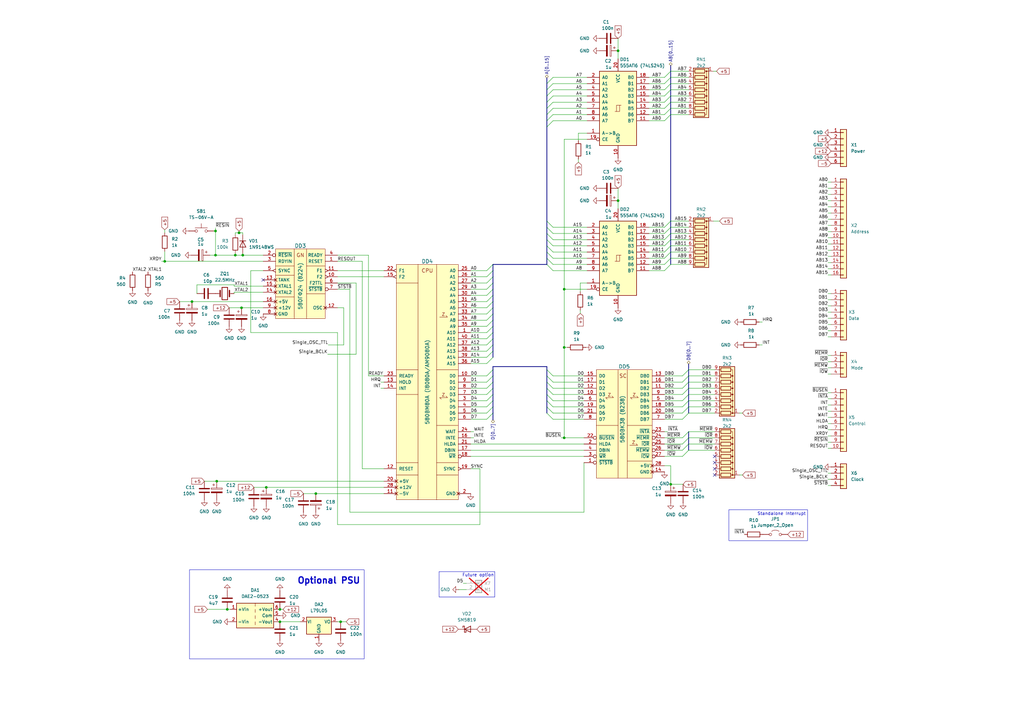
<source format=kicad_sch>
(kicad_sch (version 20231120) (generator "eeschema") (generator_version "8.0")
  (paper "A3")
  (title_block (title "Модуль процессорный 580ВМ80") (date "2025-12-21") (company "R2AKT") (comment 1 "R2AKT.467442.001-01") (comment 2 "R2AKT"))
  (lib_symbols
    (symbol "74xx:74LS245" (pin_names (offset 1.016))
      (property "Reference" "U" (at -7.62 16.51 0))
      (property "Value" "74LS245" (at -7.62 -16.51 0))
      (symbol "74LS245_1_0"
        (pin input line (at -12.7 -10.16 0) (length 5.08) (name "A->B") (number "1"))
        (pin power_in line (at 0 -20.32 90) (length 5.08) (name "GND") (number "10"))
        (pin tri_state line (at 12.7 -5.08 180) (length 5.08) (name "B7") (number "11"))
        (pin tri_state line (at 12.7 -2.54 180) (length 5.08) (name "B6") (number "12"))
        (pin tri_state line (at 12.7 0 180) (length 5.08) (name "B5") (number "13"))
        (pin tri_state line (at 12.7 2.54 180) (length 5.08) (name "B4") (number "14"))
        (pin tri_state line (at 12.7 5.08 180) (length 5.08) (name "B3") (number "15"))
        (pin tri_state line (at 12.7 7.62 180) (length 5.08) (name "B2") (number "16"))
        (pin tri_state line (at 12.7 10.16 180) (length 5.08) (name "B1") (number "17"))
        (pin tri_state line (at 12.7 12.7 180) (length 5.08) (name "B0") (number "18"))
        (pin input inverted (at -12.7 -12.7 0) (length 5.08) (name "CE") (number "19"))
        (pin tri_state line (at -12.7 12.7 0) (length 5.08) (name "A0") (number "2"))
        (pin power_in line (at 0 20.32 270) (length 5.08) (name "VCC") (number "20"))
        (pin tri_state line (at -12.7 10.16 0) (length 5.08) (name "A1") (number "3"))
        (pin tri_state line (at -12.7 7.62 0) (length 5.08) (name "A2") (number "4"))
        (pin tri_state line (at -12.7 5.08 0) (length 5.08) (name "A3") (number "5"))
        (pin tri_state line (at -12.7 2.54 0) (length 5.08) (name "A4") (number "6"))
        (pin tri_state line (at -12.7 0 0) (length 5.08) (name "A5") (number "7"))
        (pin tri_state line (at -12.7 -2.54 0) (length 5.08) (name "A6") (number "8"))
        (pin tri_state line (at -12.7 -5.08 0) (length 5.08) (name "A7") (number "9"))
      )
    )
    (symbol "Connector_Generic:Conn_01x02" (pin_names (offset 1.016) hide)
      (property "Reference" "J" (at 0 2.54 0))
      (property "Value" "Conn_01x02" (at 0 -5.08 0))
      (symbol "Conn_01x02_1_1"
        (pin passive line (at -5.08 0 0) (length 3.81) (name "Pin_1") (number "1"))
        (pin passive line (at -5.08 -2.54 0) (length 3.81) (name "Pin_2") (number "2"))
      )
    )
    (symbol "Connector_Generic:Conn_01x04" (pin_names (offset 1.016) hide)
      (property "Reference" "J" (at 0 5.08 0))
      (property "Value" "Conn_01x04" (at 0 -7.62 0))
      (symbol "Conn_01x04_1_1"
        (pin passive line (at -5.08 2.54 0) (length 3.81) (name "Pin_1") (number "1"))
        (pin passive line (at -5.08 0 0) (length 3.81) (name "Pin_2") (number "2"))
        (pin passive line (at -5.08 -2.54 0) (length 3.81) (name "Pin_3") (number "3"))
        (pin passive line (at -5.08 -5.08 0) (length 3.81) (name "Pin_4") (number "4"))
      )
    )
    (symbol "Connector_Generic:Conn_01x06" (pin_names (offset 1.016) hide)
      (property "Reference" "J" (at 0 7.62 0))
      (property "Value" "Conn_01x06" (at 0 -10.16 0))
      (symbol "Conn_01x06_1_1"
        (pin passive line (at -5.08 5.08 0) (length 3.81) (name "Pin_1") (number "1"))
        (pin passive line (at -5.08 2.54 0) (length 3.81) (name "Pin_2") (number "2"))
        (pin passive line (at -5.08 0 0) (length 3.81) (name "Pin_3") (number "3"))
        (pin passive line (at -5.08 -2.54 0) (length 3.81) (name "Pin_4") (number "4"))
        (pin passive line (at -5.08 -5.08 0) (length 3.81) (name "Pin_5") (number "5"))
        (pin passive line (at -5.08 -7.62 0) (length 3.81) (name "Pin_6") (number "6"))
      )
    )
    (symbol "Connector_Generic:Conn_01x08" (pin_names (offset 1.016) hide)
      (property "Reference" "J" (at 0 10.16 0))
      (property "Value" "Conn_01x08" (at 0 -12.7 0))
      (symbol "Conn_01x08_1_1"
        (pin passive line (at -5.08 7.62 0) (length 3.81) (name "Pin_1") (number "1"))
        (pin passive line (at -5.08 5.08 0) (length 3.81) (name "Pin_2") (number "2"))
        (pin passive line (at -5.08 2.54 0) (length 3.81) (name "Pin_3") (number "3"))
        (pin passive line (at -5.08 0 0) (length 3.81) (name "Pin_4") (number "4"))
        (pin passive line (at -5.08 -2.54 0) (length 3.81) (name "Pin_5") (number "5"))
        (pin passive line (at -5.08 -5.08 0) (length 3.81) (name "Pin_6") (number "6"))
        (pin passive line (at -5.08 -7.62 0) (length 3.81) (name "Pin_7") (number "7"))
        (pin passive line (at -5.08 -10.16 0) (length 3.81) (name "Pin_8") (number "8"))
      )
    )
    (symbol "Connector_Generic:Conn_01x10" (pin_names (offset 1.016) hide)
      (property "Reference" "J" (at 0 12.7 0))
      (property "Value" "Conn_01x10" (at 0 -15.24 0))
      (symbol "Conn_01x10_1_1"
        (pin passive line (at -5.08 10.16 0) (length 3.81) (name "Pin_1") (number "1"))
        (pin passive line (at -5.08 -12.7 0) (length 3.81) (name "Pin_10") (number "10"))
        (pin passive line (at -5.08 7.62 0) (length 3.81) (name "Pin_2") (number "2"))
        (pin passive line (at -5.08 5.08 0) (length 3.81) (name "Pin_3") (number "3"))
        (pin passive line (at -5.08 2.54 0) (length 3.81) (name "Pin_4") (number "4"))
        (pin passive line (at -5.08 0 0) (length 3.81) (name "Pin_5") (number "5"))
        (pin passive line (at -5.08 -2.54 0) (length 3.81) (name "Pin_6") (number "6"))
        (pin passive line (at -5.08 -5.08 0) (length 3.81) (name "Pin_7") (number "7"))
        (pin passive line (at -5.08 -7.62 0) (length 3.81) (name "Pin_8") (number "8"))
        (pin passive line (at -5.08 -10.16 0) (length 3.81) (name "Pin_9") (number "9"))
      )
    )
    (symbol "Connector_Generic:Conn_01x16" (pin_names (offset 1.016) hide)
      (property "Reference" "J" (at 0 20.32 0))
      (property "Value" "Conn_01x16" (at 0 -22.86 0))
      (symbol "Conn_01x16_1_1"
        (pin passive line (at -5.08 17.78 0) (length 3.81) (name "Pin_1") (number "1"))
        (pin passive line (at -5.08 -5.08 0) (length 3.81) (name "Pin_10") (number "10"))
        (pin passive line (at -5.08 -7.62 0) (length 3.81) (name "Pin_11") (number "11"))
        (pin passive line (at -5.08 -10.16 0) (length 3.81) (name "Pin_12") (number "12"))
        (pin passive line (at -5.08 -12.7 0) (length 3.81) (name "Pin_13") (number "13"))
        (pin passive line (at -5.08 -15.24 0) (length 3.81) (name "Pin_14") (number "14"))
        (pin passive line (at -5.08 -17.78 0) (length 3.81) (name "Pin_15") (number "15"))
        (pin passive line (at -5.08 -20.32 0) (length 3.81) (name "Pin_16") (number "16"))
        (pin passive line (at -5.08 15.24 0) (length 3.81) (name "Pin_2") (number "2"))
        (pin passive line (at -5.08 12.7 0) (length 3.81) (name "Pin_3") (number "3"))
        (pin passive line (at -5.08 10.16 0) (length 3.81) (name "Pin_4") (number "4"))
        (pin passive line (at -5.08 7.62 0) (length 3.81) (name "Pin_5") (number "5"))
        (pin passive line (at -5.08 5.08 0) (length 3.81) (name "Pin_6") (number "6"))
        (pin passive line (at -5.08 2.54 0) (length 3.81) (name "Pin_7") (number "7"))
        (pin passive line (at -5.08 0 0) (length 3.81) (name "Pin_8") (number "8"))
        (pin passive line (at -5.08 -2.54 0) (length 3.81) (name "Pin_9") (number "9"))
      )
    )
    (symbol "Converter_DCDC:TBA1-0522E"
      (property "Reference" "U" (at -6.35 6.35 0))
      (property "Value" "TBA1-0522E" (at 2.54 6.35 0))
      (symbol "TBA1-0522E_1_1"
        (pin power_in line (at -10.16 2.54 0) (length 2.54) (name "+Vin") (number "1"))
        (pin power_in line (at -10.16 -2.54 0) (length 2.54) (name "-Vin") (number "2"))
        (pin power_out line (at 10.16 -2.54 180) (length 2.54) (name "-Vout") (number "4"))
        (pin power_out line (at 10.16 0 180) (length 2.54) (name "Com") (number "5"))
        (pin power_out line (at 10.16 2.54 180) (length 2.54) (name "+Vout") (number "6"))
      )
    )
    (symbol "Device:C" (pin_numbers hide) (pin_names (offset 0.254))
      (property "Reference" "C" (at 0.635 2.54 0))
      (property "Value" "C" (at 0.635 -2.54 0))
      (symbol "C_1_1"
        (pin passive line (at 0 3.81 270) (length 2.794) (name "~") (number "1"))
        (pin passive line (at 0 -3.81 90) (length 2.794) (name "~") (number "2"))
      )
    )
    (symbol "Device:C_Polarized" (pin_numbers hide) (pin_names (offset 0.254))
      (property "Reference" "C" (at 0.635 2.54 0))
      (property "Value" "C_Polarized" (at 0.635 -2.54 0))
      (symbol "C_Polarized_1_1"
        (pin passive line (at 0 3.81 270) (length 2.794) (name "~") (number "1"))
        (pin passive line (at 0 -3.81 90) (length 2.794) (name "~") (number "2"))
      )
    )
    (symbol "Device:Crystal" (pin_numbers hide) (pin_names (offset 1.016) hide)
      (property "Reference" "Y" (at 0 3.81 0))
      (property "Value" "Crystal" (at 0 -3.81 0))
      (symbol "Crystal_1_1"
        (pin passive line (at -3.81 0 0) (length 1.27) (name "1") (number "1"))
        (pin passive line (at 3.81 0 180) (length 1.27) (name "2") (number "2"))
      )
    )
    (symbol "Device:R" (pin_numbers hide) (pin_names (offset 0))
      (property "Reference" "R" (at 2.032 0 90))
      (property "Value" "R" (at 0 0 90))
      (symbol "R_1_1"
        (pin passive line (at 0 3.81 270) (length 1.27) (name "~") (number "1"))
        (pin passive line (at 0 -3.81 90) (length 1.27) (name "~") (number "2"))
      )
    )
    (symbol "Device:R_Network08" (pin_names (offset 0) hide)
      (property "Reference" "RN" (at -12.7 0 90))
      (property "Value" "R_Network08" (at 10.16 0 90))
      (symbol "R_Network08_1_1"
        (pin passive line (at -10.16 5.08 270) (length 2.54) (name "common") (number "1"))
        (pin passive line (at -10.16 -5.08 90) (length 1.27) (name "R1") (number "2"))
        (pin passive line (at -7.62 -5.08 90) (length 1.27) (name "R2") (number "3"))
        (pin passive line (at -5.08 -5.08 90) (length 1.27) (name "R3") (number "4"))
        (pin passive line (at -2.54 -5.08 90) (length 1.27) (name "R4") (number "5"))
        (pin passive line (at 0 -5.08 90) (length 1.27) (name "R5") (number "6"))
        (pin passive line (at 2.54 -5.08 90) (length 1.27) (name "R6") (number "7"))
        (pin passive line (at 5.08 -5.08 90) (length 1.27) (name "R7") (number "8"))
        (pin passive line (at 7.62 -5.08 90) (length 1.27) (name "R8") (number "9"))
      )
    )
    (symbol "Diode:1N5819WS" (pin_numbers hide) (pin_names (offset 1.016) hide)
      (property "Reference" "D" (at 0 2.54 0))
      (property "Value" "1N5819WS" (at 0 -2.54 0))
      (symbol "1N5819WS_1_1"
        (pin passive line (at -3.81 0 0) (length 2.54) (name "K") (number "1"))
        (pin passive line (at 3.81 0 180) (length 2.54) (name "A") (number "2"))
      )
    )
    (symbol "Diode:1N914WT" (pin_numbers hide) (pin_names hide)
      (property "Reference" "D" (at 0 2.54 0))
      (property "Value" "1N914WT" (at 0 -2.54 0))
      (symbol "1N914WT_1_1"
        (pin passive line (at -3.81 0 0) (length 2.54) (name "K") (number "1"))
        (pin passive line (at 3.81 0 180) (length 2.54) (name "A") (number "2"))
      )
    )
    (symbol "Jumper:Jumper_2_Open" (pin_numbers hide) (pin_names (offset 0) hide) (exclude_from_sim yes)
      (property "Reference" "JP" (at 0 2.794 0))
      (property "Value" "Jumper_2_Open" (at 0 -2.286 0))
      (symbol "Jumper_2_Open_1_1"
        (pin passive line (at -5.08 0 0) (length 2.54) (name "A") (number "1"))
        (pin passive line (at 5.08 0 180) (length 2.54) (name "B") (number "2"))
      )
    )
    (symbol "Regulator_Linear:L79L05_SOT89" (pin_names (offset 0.254))
      (property "Reference" "U" (at -3.81 -3.175 0))
      (property "Value" "L79L05_SOT89" (at 0 -3.175 0))
      (symbol "L79L05_SOT89_1_1"
        (pin power_in line (at 0 7.62 270) (length 2.54) (name "GND") (number "1"))
        (pin power_in line (at -7.62 0 0) (length 2.54) (name "VI") (number "2"))
        (pin power_out line (at 7.62 0 180) (length 2.54) (name "VO") (number "3"))
      )
    )
    (symbol "Switch:SW_Push" (pin_numbers hide) (pin_names (offset 1.016) hide)
      (property "Reference" "SW" (at 1.27 2.54 0))
      (property "Value" "SW_Push" (at 0 -1.524 0))
      (symbol "SW_Push_0_1"
        (pin passive line (at -5.08 0 0) (length 2.54) (name "1") (number "1"))
        (pin passive line (at 5.08 0 180) (length 2.54) (name "2") (number "2"))
      )
    )
    (symbol "power:GND" (power) (pin_numbers hide) (pin_names (offset 0) hide)
      (property "Value" "GND" (at 0 -3.81 0))
      (symbol "GND_1_1"
        (pin power_in line (at 0 0 270) (length 0) (name "~") (number "1"))
      )
    )
    (symbol "К580-К1810-К1821:580ВК38" (pin_names (offset 1.016))
      (property "Reference" "DD" (at -1.27 24.13 0))
      (property "Value" "580ВК38 (8238)" (at -0.508 0 90))
      (symbol "580ВК38_0_0"
        (text "SC" (at -0.508 19.05 0) (effects (font (size 1.524 1.524))))
      )
      (symbol "580ВК38_0_1"
        (pin bidirectional line (at -16.51 11.43 0) (length 5.08) (name "D3") (number "10"))
        (pin bidirectional line (at -16.51 13.97 0) (length 5.08) (name "D2") (number "12"))
        (pin bidirectional line (at -16.51 19.05 0) (length 5.08) (name "D0") (number "15"))
        (pin bidirectional line (at -16.51 16.51 0) (length 5.08) (name "D1") (number "17"))
        (pin bidirectional line (at -16.51 6.35 0) (length 5.08) (name "D5") (number "19"))
        (pin input line (at -16.51 -8.89 0) (length 5.08) (name "HLDA") (number "2"))
        (pin bidirectional line (at -16.51 3.81 0) (length 5.08) (name "D6") (number "21"))
        (pin input inverted (at -16.51 -6.35 0) (length 5.08) (name "~{BUSEN}") (number "22"))
        (pin output inverted (at 16.51 -3.81 180) (length 5.08) (name "~{INTA}") (number "23"))
        (pin bidirectional line (at -16.51 8.89 0) (length 5.08) (name "D4") (number "6"))
        (pin bidirectional line (at -16.51 1.27 0) (length 5.08) (name "D7") (number "8"))
      )
      (symbol "580ВК38_1_0"
        (text "Z" (at -6.096 11.303 0) (effects (font (size 1.27 1.27))))
        (text "Z" (at 3.81 -8.255 0) (effects (font (size 1.27 1.27))))
        (text "Z" (at 4.064 11.303 0) (effects (font (size 1.27 1.27))))
      )
      (symbol "580ВК38_1_1"
        (pin input inverted (at -16.51 -16.51 0) (length 5.08) (name "~{STSTB}") (number "1"))
        (pin tri_state line (at 16.51 13.97 180) (length 5.08) (name "DB2") (number "11"))
        (pin tri_state line (at 16.51 19.05 180) (length 5.08) (name "DB0") (number "13"))
        (pin power_in non_logic (at 16.51 -20.32 180) (length 5.08) (name "GND") (number "14"))
        (pin tri_state line (at 16.51 16.51 180) (length 5.08) (name "DB1") (number "16"))
        (pin tri_state line (at 16.51 6.35 180) (length 5.08) (name "DB5") (number "18"))
        (pin tri_state line (at 16.51 3.81 180) (length 5.08) (name "DB6") (number "20"))
        (pin output inverted (at 16.51 -6.35 180) (length 5.08) (name "~{MEMR}") (number "24"))
        (pin output inverted (at 16.51 -8.89 180) (length 5.08) (name "~{IOR}") (number "25"))
        (pin output inverted (at 16.51 -11.43 180) (length 5.08) (name "~{MEMW}") (number "26"))
        (pin output inverted (at 16.51 -13.97 180) (length 5.08) (name "~{IOW}") (number "27"))
        (pin power_in non_logic (at 16.51 -17.78 180) (length 5.08) (name "+5V") (number "28"))
        (pin input inverted (at -16.51 -13.97 0) (length 5.08) (name "~{WR}") (number "3"))
        (pin input line (at -16.51 -11.43 0) (length 5.08) (name "DBIN") (number "4"))
        (pin tri_state line (at 16.51 8.89 180) (length 5.08) (name "DB4") (number "5"))
        (pin tri_state line (at 16.51 1.27 180) (length 5.08) (name "DB7") (number "7"))
        (pin tri_state line (at 16.51 11.43 180) (length 5.08) (name "DB3") (number "9"))
      )
    )
    (symbol "К580-К1810-К1821:580ВМ80А" (pin_names (offset 1.016))
      (property "Reference" "DD" (at 0 50.8 0))
      (property "Value" "580ВМ80A (i8080A/AM9080A)" (at 0.254 -0.254 90))
      (symbol "580ВМ80А_0_0"
        (text "CPU" (at 0 45.72 0) (effects (font (size 1.524 1.524))))
      )
      (symbol "580ВМ80А_0_1"
        (pin output line (at 17.78 20.32 180) (length 5.08) (name "A10") (number "1"))
        (pin bidirectional line (at 17.78 2.54 180) (length 5.08) (name "D0") (number "10"))
        (pin input line (at -17.78 -35.56 0) (length 5.08) (name "RESET") (number "12"))
        (pin input line (at -17.78 0 0) (length 5.08) (name "HOLD") (number "13"))
        (pin input line (at -17.78 -2.54 0) (length 5.08) (name "INT") (number "14"))
        (pin output line (at 17.78 -22.86 180) (length 5.08) (name "INTE") (number "16"))
        (pin output line (at 17.78 -27.94 180) (length 5.08) (name "DBIN") (number "17"))
        (pin output inverted (at 17.78 -30.48 180) (length 5.08) (name "~{WR}") (number "18"))
        (pin output line (at 17.78 -25.4 180) (length 5.08) (name "HLDA") (number "21"))
        (pin input line (at -17.78 2.54 0) (length 5.08) (name "READY") (number "23"))
        (pin output line (at 17.78 -20.32 180) (length 5.08) (name "WAIT") (number "24"))
        (pin output line (at 17.78 45.72 180) (length 5.08) (name "A0") (number "25"))
        (pin output line (at 17.78 43.18 180) (length 5.08) (name "A1") (number "26"))
        (pin output line (at 17.78 40.64 180) (length 5.08) (name "A2") (number "27"))
        (pin output line (at 17.78 38.1 180) (length 5.08) (name "A3") (number "29"))
        (pin bidirectional line (at 17.78 -7.62 180) (length 5.08) (name "D4") (number "3"))
        (pin output line (at 17.78 35.56 180) (length 5.08) (name "A4") (number "30"))
        (pin output line (at 17.78 33.02 180) (length 5.08) (name "A5") (number "31"))
        (pin output line (at 17.78 30.48 180) (length 5.08) (name "A6") (number "32"))
        (pin output line (at 17.78 27.94 180) (length 5.08) (name "A7") (number "33"))
        (pin output line (at 17.78 25.4 180) (length 5.08) (name "A8") (number "34"))
        (pin output line (at 17.78 22.86 180) (length 5.08) (name "A9") (number "35"))
        (pin output line (at 17.78 7.62 180) (length 5.08) (name "A15") (number "36"))
        (pin output line (at 17.78 15.24 180) (length 5.08) (name "A12") (number "37"))
        (pin output line (at 17.78 12.7 180) (length 5.08) (name "A13") (number "38"))
        (pin output line (at 17.78 10.16 180) (length 5.08) (name "A14") (number "39"))
        (pin bidirectional line (at 17.78 -10.16 180) (length 5.08) (name "D5") (number "4"))
        (pin output line (at 17.78 17.78 180) (length 5.08) (name "A11") (number "40"))
        (pin bidirectional line (at 17.78 -12.7 180) (length 5.08) (name "D6") (number "5"))
        (pin bidirectional line (at 17.78 -15.24 180) (length 5.08) (name "D7") (number "6"))
        (pin bidirectional line (at 17.78 -5.08 180) (length 5.08) (name "D3") (number "7"))
        (pin bidirectional line (at 17.78 -2.54 180) (length 5.08) (name "D2") (number "8"))
        (pin bidirectional line (at 17.78 0 180) (length 5.08) (name "D1") (number "9"))
      )
      (symbol "580ВМ80А_1_0"
        (text "Z" (at 6.604 -5.207 0) (effects (font (size 1.27 1.27))))
        (text "Z" (at 6.604 27.813 0) (effects (font (size 1.27 1.27))))
      )
      (symbol "580ВМ80А_1_1"
        (pin power_in non_logic (at -17.78 -45.72 0) (length 5.08) (name "-5V") (number "11"))
        (pin input edge_clock_high (at -17.78 43.18 0) (length 5.08) (name "F2") (number "15"))
        (pin output edge_clock_high (at 17.78 -35.56 180) (length 5.08) (name "SYNC") (number "19"))
        (pin power_in non_logic (at 17.78 -45.72 180) (length 5.08) (name "GND") (number "2"))
        (pin power_in non_logic (at -17.78 -40.64 0) (length 5.08) (name "+5V") (number "20"))
        (pin input edge_clock_high (at -17.78 45.72 0) (length 5.08) (name "F1") (number "22"))
        (pin power_in non_logic (at -17.78 -43.18 0) (length 5.08) (name "+12V") (number "28"))
      )
    )
    (symbol "К580-К1810-К1821:580ГФ24" (pin_names (offset 1.016))
      (property "Reference" "DD" (at 0 16.51 0))
      (property "Value" "580ГФ24 (D8284)" (at 0 -2.286 90))
      (symbol "580ГФ24_0_0"
        (text "GN" (at 0 11.43 0) (effects (font (size 1.524 1.524))))
      )
      (symbol "580ГФ24_1_1"
        (pin output line (at 15.24 8.89 180) (length 5.08) (name "RESET") (number "1"))
        (pin output edge_clock_high (at 15.24 2.54 180) (length 5.08) (name "F2") (number "10"))
        (pin output edge_clock_high (at 15.24 5.08 180) (length 5.08) (name "F1") (number "11"))
        (pin output non_logic (at 15.24 -10.16 180) (length 5.08) (name "OSC") (number "12"))
        (pin input non_logic (at -15.24 1.27 0) (length 5.08) (name "TANK") (number "13"))
        (pin input non_logic (at -15.24 -3.81 0) (length 5.08) (name "XTAL2") (number "14"))
        (pin input non_logic (at -15.24 -1.27 0) (length 5.08) (name "XTAL1") (number "15"))
        (pin power_in non_logic (at -15.24 -7.62 0) (length 5.08) (name "+5V") (number "16"))
        (pin input inverted (at -15.24 11.43 0) (length 5.08) (name "~{RESIN}") (number "2"))
        (pin input line (at -15.24 8.89 0) (length 5.08) (name "RDYIN") (number "3"))
        (pin output line (at 15.24 11.43 180) (length 5.08) (name "READY") (number "4"))
        (pin input edge_clock_high (at -15.24 5.08 0) (length 5.08) (name "SYNC") (number "5"))
        (pin output line (at 15.24 0 180) (length 5.08) (name "F2TTL") (number "6"))
        (pin output inverted (at 15.24 -2.54 180) (length 5.08) (name "~{STSTB}") (number "7"))
        (pin power_in non_logic (at -15.24 -12.7 0) (length 5.08) (name "GND") (number "8"))
        (pin power_in non_logic (at -15.24 -10.16 0) (length 5.08) (name "+12V") (number "9"))
      )
    )
  )
  (junction (at 231.394 142.494))
  (junction (at 114.808 255.016))
  (junction (at 88.9 197.358))
  (junction (at 253.492 20.828))
  (junction (at 129.54 202.438))
  (junction (at 275.082 198.628))
  (junction (at 231.394 118.618))
  (junction (at 99.568 104.648))
  (junction (at 231.394 179.578))
  (junction (at 114.808 249.936))
  (junction (at 78.74 123.698))
  (junction (at 139.7 255.016))
  (junction (at 67.564 107.188))
  (junction (at 96.52 104.648))
  (junction (at 253.492 82.296))
  (junction (at 99.06 126.238))
  (junction (at 93.218 249.936))
  (junction (at 88.392 94.742))
  (junction (at 98.044 95.504))
  (junction (at 88.392 104.648))
  (junction (at 109.22 199.898))
  (no_connect (at 293.116 187.198))
  (no_connect (at 293.116 192.278))
  (no_connect (at 107.95 114.808))
  (no_connect (at 293.116 194.818))
  (no_connect (at 293.116 189.738))
  (bus_entry (at 226.822 164.338) (size -2.54 -2.54))
  (bus_entry (at 224.282 49.53) (size 2.54 -2.54))
  (bus_entry (at 224.282 103.378) (size 2.54 2.54))
  (bus_entry (at 282.448 169.418) (size -2.54 2.54))
  (bus_entry (at 224.282 93.218) (size 2.54 2.54))
  (bus_entry (at 199.644 133.858) (size 2.54 -2.54))
  (bus_entry (at 199.644 128.778) (size 2.54 -2.54))
  (bus_entry (at 224.282 44.45) (size 2.54 -2.54))
  (bus_entry (at 199.644 123.698) (size 2.54 -2.54))
  (bus_entry (at 224.282 39.37) (size 2.54 -2.54))
  (bus_entry (at 224.282 34.29) (size 2.54 -2.54))
  (bus_entry (at 275.082 103.378) (size -2.54 2.54))
  (bus_entry (at 199.644 113.538) (size 2.54 -2.54))
  (bus_entry (at 226.822 171.958) (size -2.54 -2.54))
  (bus_entry (at 199.644 126.238) (size 2.54 -2.54))
  (bus_entry (at 199.644 161.798) (size 2.54 -2.54))
  (bus_entry (at 226.822 166.878) (size -2.54 -2.54))
  (bus_entry (at 275.082 93.218) (size -2.54 2.54))
  (bus_entry (at 275.082 105.918) (size -2.54 2.54))
  (bus_entry (at 199.644 164.338) (size 2.54 -2.54))
  (bus_entry (at 199.644 118.618) (size 2.54 -2.54))
  (bus_entry (at 282.448 166.878) (size -2.54 2.54))
  (bus_entry (at 199.644 116.078) (size 2.54 -2.54))
  (bus_entry (at 224.282 36.83) (size 2.54 -2.54))
  (bus_entry (at 226.822 161.798) (size -2.54 -2.54))
  (bus_entry (at 199.644 131.318) (size 2.54 -2.54))
  (bus_entry (at 275.082 95.758) (size -2.54 2.54))
  (bus_entry (at 282.448 161.798) (size -2.54 2.54))
  (bus_entry (at 199.644 154.178) (size 2.54 -2.54))
  (bus_entry (at 275.082 90.678) (size -2.54 2.54))
  (bus_entry (at 224.282 52.07) (size 2.54 -2.54))
  (bus_entry (at 199.644 159.258) (size 2.54 -2.54))
  (bus_entry (at 199.644 166.878) (size 2.54 -2.54))
  (bus_entry (at 275.082 36.83) (size -2.54 2.54))
  (bus_entry (at 282.448 164.338) (size -2.54 2.54))
  (bus_entry (at 275.082 46.99) (size -2.54 2.54))
  (bus_entry (at 226.822 156.718) (size -2.54 -2.54))
  (bus_entry (at 224.282 105.918) (size 2.54 2.54))
  (bus_entry (at 275.082 39.37) (size -2.54 2.54))
  (bus_entry (at 275.082 29.21) (size -2.54 2.54))
  (bus_entry (at 282.448 151.638) (size -2.54 2.54))
  (bus_entry (at 226.822 159.258) (size -2.54 -2.54))
  (bus_entry (at 275.082 98.298) (size -2.54 2.54))
  (bus_entry (at 224.282 41.91) (size 2.54 -2.54))
  (bus_entry (at 282.448 154.178) (size -2.54 2.54))
  (bus_entry (at 226.822 169.418) (size -2.54 -2.54))
  (bus_entry (at 199.644 144.018) (size 2.54 -2.54))
  (bus_entry (at 199.644 121.158) (size 2.54 -2.54))
  (bus_entry (at 275.082 44.45) (size -2.54 2.54))
  (bus_entry (at 282.448 156.718) (size -2.54 2.54))
  (bus_entry (at 282.448 159.258) (size -2.54 2.54))
  (bus_entry (at 275.082 100.838) (size -2.54 2.54))
  (bus_entry (at 199.644 136.398) (size 2.54 -2.54))
  (bus_entry (at 199.644 146.558) (size 2.54 -2.54))
  (bus_entry (at 279.908 179.578) (size 2.54 -2.54))
  (bus_entry (at 275.082 108.458) (size -2.54 2.54))
  (bus_entry (at 224.282 95.758) (size 2.54 2.54))
  (bus_entry (at 224.282 90.678) (size 2.54 2.54))
  (bus_entry (at 279.908 182.118) (size 2.54 -2.54))
  (bus_entry (at 279.908 187.198) (size 2.54 -2.54))
  (bus_entry (at 279.908 184.658) (size 2.54 -2.54))
  (bus_entry (at 199.644 171.958) (size 2.54 -2.54))
  (bus_entry (at 224.282 98.298) (size 2.54 2.54))
  (bus_entry (at 224.282 108.458) (size 2.54 2.54))
  (bus_entry (at 199.644 149.098) (size 2.54 -2.54))
  (bus_entry (at 275.082 31.75) (size -2.54 2.54))
  (bus_entry (at 199.644 110.998) (size 2.54 -2.54))
  (bus_entry (at 199.644 169.418) (size 2.54 -2.54))
  (bus_entry (at 226.822 154.178) (size -2.54 -2.54))
  (bus_entry (at 224.282 100.838) (size 2.54 2.54))
  (bus_entry (at 224.282 46.99) (size 2.54 -2.54))
  (bus_entry (at 199.644 156.718) (size 2.54 -2.54))
  (bus_entry (at 199.644 141.478) (size 2.54 -2.54))
  (bus_entry (at 199.644 138.938) (size 2.54 -2.54))
  (bus_entry (at 275.082 41.91) (size -2.54 2.54))
  (bus_entry (at 275.082 34.29) (size -2.54 2.54))
  (wire (pts (xy 266.192 36.83) (xy 272.542 36.83)))
  (wire (pts (xy 339.598 176.276) (xy 340.868 176.276)))
  (wire (pts (xy 88.392 104.648) (xy 86.106 104.648)))
  (bus (pts (xy 202.184 144.018) (xy 202.184 141.478)))
  (bus (pts (xy 202.184 128.778) (xy 202.184 126.238)))
  (wire (pts (xy 340.868 125.476) (xy 339.598 125.476)))
  (wire (pts (xy 340.868 138.176) (xy 339.598 138.176)))
  (wire (pts (xy 226.822 36.83) (xy 240.792 36.83)))
  (wire (pts (xy 107.95 110.998) (xy 102.87 110.998)))
  (wire (pts (xy 193.04 164.338) (xy 199.644 164.338)))
  (bus (pts (xy 275.082 105.918) (xy 275.082 108.458)))
  (wire (pts (xy 266.192 93.218) (xy 272.542 93.218)))
  (wire (pts (xy 272.542 34.29) (xy 266.192 34.29)))
  (bus (pts (xy 224.282 150.368) (xy 224.282 151.638)))
  (wire (pts (xy 193.04 110.998) (xy 199.644 110.998)))
  (wire (pts (xy 266.192 110.998) (xy 272.542 110.998)))
  (wire (pts (xy 193.04 116.078) (xy 199.644 116.078)))
  (bus (pts (xy 282.448 177.038) (xy 282.448 179.578)))
  (bus (pts (xy 275.082 41.91) (xy 275.082 44.45)))
  (wire (pts (xy 282.448 151.638) (xy 293.116 151.638)))
  (bus (pts (xy 224.282 156.718) (xy 224.282 154.178)))
  (wire (pts (xy 340.868 94.996) (xy 339.598 94.996)))
  (wire (pts (xy 340.868 135.636) (xy 339.598 135.636)))
  (bus (pts (xy 275.082 98.298) (xy 275.082 100.838)))
  (wire (pts (xy 231.394 179.578) (xy 239.522 179.578)))
  (wire (pts (xy 237.998 116.078) (xy 237.998 119.634)))
  (wire (pts (xy 66.294 107.188) (xy 67.564 107.188)))
  (bus (pts (xy 275.082 95.758) (xy 275.082 98.298)))
  (wire (pts (xy 99.568 95.504) (xy 99.568 96.266)))
  (wire (pts (xy 193.04 131.318) (xy 199.644 131.318)))
  (wire (pts (xy 88.392 93.472) (xy 88.392 94.742)))
  (wire (pts (xy 124.46 202.438) (xy 129.54 202.438)))
  (wire (pts (xy 93.218 249.936) (xy 94.488 249.936)))
  (wire (pts (xy 237.236 54.61) (xy 237.236 57.658)))
  (wire (pts (xy 138.43 215.138) (xy 196.85 215.138)))
  (bus (pts (xy 224.282 93.218) (xy 224.282 95.758)))
  (wire (pts (xy 272.542 169.418) (xy 279.908 169.418)))
  (wire (pts (xy 96.012 116.84) (xy 80.772 116.84)))
  (bus (pts (xy 282.448 151.638) (xy 282.448 154.178)))
  (wire (pts (xy 272.542 49.53) (xy 266.192 49.53)))
  (wire (pts (xy 146.05 116.078) (xy 146.05 145.288)))
  (wire (pts (xy 109.22 199.898) (xy 157.48 199.898)))
  (bus (pts (xy 202.184 126.238) (xy 202.184 123.698)))
  (bus (pts (xy 224.282 32.004) (xy 224.282 34.29)))
  (bus (pts (xy 224.282 166.878) (xy 224.282 164.338)))
  (bus (pts (xy 202.184 118.618) (xy 202.184 121.158)))
  (bus (pts (xy 224.282 49.53) (xy 224.282 52.07)))
  (wire (pts (xy 193.04 133.858) (xy 199.644 133.858)))
  (bus (pts (xy 202.184 166.878) (xy 202.184 164.338)))
  (bus (pts (xy 224.282 154.178) (xy 224.282 151.638)))
  (bus (pts (xy 202.184 136.398) (xy 202.184 133.858)))
  (wire (pts (xy 99.568 103.886) (xy 99.568 104.648)))
  (wire (pts (xy 138.43 255.016) (xy 139.7 255.016)))
  (wire (pts (xy 239.522 156.718) (xy 226.822 156.718)))
  (bus (pts (xy 275.082 39.37) (xy 275.082 41.91)))
  (wire (pts (xy 193.04 187.198) (xy 239.522 187.198)))
  (wire (pts (xy 340.868 92.456) (xy 339.598 92.456)))
  (wire (pts (xy 196.85 192.278) (xy 193.04 192.278)))
  (wire (pts (xy 143.51 118.618) (xy 138.43 118.618)))
  (wire (pts (xy 93.98 126.238) (xy 99.06 126.238)))
  (wire (pts (xy 266.192 100.838) (xy 272.542 100.838)))
  (wire (pts (xy 189.992 239.268) (xy 191.262 239.268)))
  (wire (pts (xy 199.644 146.558) (xy 193.04 146.558)))
  (bus (pts (xy 275.082 31.75) (xy 275.082 34.29)))
  (bus (pts (xy 275.082 93.218) (xy 275.082 95.758)))
  (wire (pts (xy 67.564 107.188) (xy 107.95 107.188)))
  (wire (pts (xy 272.542 156.718) (xy 279.908 156.718)))
  (wire (pts (xy 340.868 133.096) (xy 339.598 133.096)))
  (wire (pts (xy 78.74 123.698) (xy 107.95 123.698)))
  (wire (pts (xy 275.082 46.99) (xy 282.448 46.99)))
  (wire (pts (xy 102.87 110.998) (xy 102.87 136.398)))
  (wire (pts (xy 193.04 161.798) (xy 199.644 161.798)))
  (wire (pts (xy 275.082 41.91) (xy 282.448 41.91)))
  (wire (pts (xy 83.82 197.358) (xy 88.9 197.358)))
  (wire (pts (xy 239.522 171.958) (xy 226.822 171.958)))
  (bus (pts (xy 202.184 110.998) (xy 202.184 113.538)))
  (bus (pts (xy 202.184 133.858) (xy 202.184 131.318)))
  (wire (pts (xy 272.542 44.45) (xy 266.192 44.45)))
  (wire (pts (xy 275.082 39.37) (xy 282.448 39.37)))
  (wire (pts (xy 231.394 57.15) (xy 240.792 57.15)))
  (wire (pts (xy 312.674 141.478) (xy 311.404 141.478)))
  (wire (pts (xy 340.868 196.596) (xy 339.598 196.596)))
  (wire (pts (xy 231.394 142.494) (xy 231.394 179.578)))
  (wire (pts (xy 340.868 89.916) (xy 339.598 89.916)))
  (wire (pts (xy 340.868 148.336) (xy 339.598 148.336)))
  (wire (pts (xy 266.192 98.298) (xy 272.542 98.298)))
  (wire (pts (xy 96.52 104.648) (xy 99.568 104.648)))
  (wire (pts (xy 96.52 103.886) (xy 96.52 104.648)))
  (wire (pts (xy 282.448 154.178) (xy 293.116 154.178)))
  (bus (pts (xy 202.184 150.368) (xy 224.282 150.368)))
  (bus (pts (xy 224.282 90.678) (xy 224.282 93.218)))
  (wire (pts (xy 240.792 103.378) (xy 226.822 103.378)))
  (wire (pts (xy 340.868 112.776) (xy 339.598 112.776)))
  (wire (pts (xy 88.9 197.358) (xy 157.48 197.358)))
  (bus (pts (xy 224.282 164.338) (xy 224.282 161.798)))
  (wire (pts (xy 340.868 84.836) (xy 339.598 84.836)))
  (bus (pts (xy 202.184 159.258) (xy 202.184 156.718)))
  (wire (pts (xy 193.04 126.238) (xy 199.644 126.238)))
  (wire (pts (xy 272.542 161.798) (xy 279.908 161.798)))
  (wire (pts (xy 272.542 41.91) (xy 266.192 41.91)))
  (wire (pts (xy 85.09 249.936) (xy 93.218 249.936)))
  (wire (pts (xy 98.044 95.504) (xy 99.568 95.504)))
  (bus (pts (xy 202.184 113.538) (xy 202.184 116.078)))
  (bus (pts (xy 224.282 41.91) (xy 224.282 44.45)))
  (wire (pts (xy 340.868 87.376) (xy 339.598 87.376)))
  (bus (pts (xy 275.082 34.29) (xy 275.082 36.83)))
  (wire (pts (xy 99.568 104.648) (xy 107.95 104.648)))
  (bus (pts (xy 224.282 44.45) (xy 224.282 46.99)))
  (wire (pts (xy 275.082 44.45) (xy 282.448 44.45)))
  (wire (pts (xy 340.868 120.396) (xy 339.598 120.396)))
  (wire (pts (xy 275.082 31.75) (xy 282.448 31.75)))
  (wire (pts (xy 340.868 128.016) (xy 339.598 128.016)))
  (wire (pts (xy 193.04 156.718) (xy 199.644 156.718)))
  (bus (pts (xy 282.448 164.338) (xy 282.448 166.878)))
  (wire (pts (xy 282.448 161.798) (xy 293.116 161.798)))
  (bus (pts (xy 202.184 108.458) (xy 202.184 110.998)))
  (wire (pts (xy 146.05 145.288) (xy 134.366 145.288)))
  (wire (pts (xy 193.04 121.158) (xy 199.644 121.158)))
  (bus (pts (xy 202.184 123.698) (xy 202.184 121.158)))
  (wire (pts (xy 230.124 179.578) (xy 231.394 179.578)))
  (wire (pts (xy 340.868 79.756) (xy 339.598 79.756)))
  (wire (pts (xy 148.59 192.278) (xy 157.48 192.278)))
  (wire (pts (xy 340.868 163.576) (xy 339.598 163.576)))
  (wire (pts (xy 226.822 95.758) (xy 240.792 95.758)))
  (wire (pts (xy 339.598 178.816) (xy 340.868 178.816)))
  (wire (pts (xy 340.868 183.896) (xy 339.598 183.896)))
  (bus (pts (xy 202.184 146.558) (xy 202.184 144.018)))
  (bus (pts (xy 224.282 108.458) (xy 224.282 105.918)))
  (bus (pts (xy 202.184 161.798) (xy 202.184 159.258)))
  (bus (pts (xy 202.184 169.418) (xy 202.184 166.878)))
  (wire (pts (xy 340.868 110.236) (xy 339.598 110.236)))
  (bus (pts (xy 224.282 103.378) (xy 224.282 100.838)))
  (wire (pts (xy 156.21 159.258) (xy 157.48 159.258)))
  (wire (pts (xy 98.044 94.742) (xy 98.044 95.504)))
  (wire (pts (xy 140.97 141.478) (xy 134.62 141.478)))
  (wire (pts (xy 272.542 184.658) (xy 279.908 184.658)))
  (bus (pts (xy 275.082 44.45) (xy 275.082 46.99)))
  (wire (pts (xy 193.04 118.618) (xy 199.644 118.618)))
  (wire (pts (xy 67.564 94.234) (xy 67.564 95.504)))
  (wire (pts (xy 226.822 110.998) (xy 240.792 110.998)))
  (wire (pts (xy 139.7 255.016) (xy 141.986 255.016)))
  (bus (pts (xy 202.184 154.178) (xy 202.184 151.638)))
  (bus (pts (xy 275.082 46.99) (xy 275.082 90.678)))
  (wire (pts (xy 226.822 31.75) (xy 240.792 31.75)))
  (wire (pts (xy 226.822 105.918) (xy 240.792 105.918)))
  (bus (pts (xy 282.448 159.258) (xy 282.448 161.798)))
  (wire (pts (xy 340.868 130.556) (xy 339.598 130.556)))
  (bus (pts (xy 224.282 95.758) (xy 224.282 98.298)))
  (wire (pts (xy 96.012 119.888) (xy 107.95 119.888)))
  (wire (pts (xy 340.868 122.936) (xy 339.598 122.936)))
  (wire (pts (xy 188.214 241.808) (xy 191.262 241.808)))
  (wire (pts (xy 231.394 57.15) (xy 231.394 118.618)))
  (wire (pts (xy 295.148 90.678) (xy 292.608 90.678)))
  (wire (pts (xy 275.082 36.83) (xy 282.448 36.83)))
  (wire (pts (xy 293.878 29.21) (xy 292.608 29.21)))
  (bus (pts (xy 224.282 161.798) (xy 224.282 159.258)))
  (wire (pts (xy 339.598 171.196) (xy 340.868 171.196)))
  (wire (pts (xy 237.998 128.524) (xy 237.998 127.254)))
  (wire (pts (xy 104.14 199.898) (xy 109.22 199.898)))
  (wire (pts (xy 275.082 198.628) (xy 280.162 198.628)))
  (wire (pts (xy 96.52 96.266) (xy 96.52 95.504)))
  (wire (pts (xy 73.66 123.698) (xy 78.74 123.698)))
  (wire (pts (xy 96.012 117.348) (xy 107.95 117.348)))
  (bus (pts (xy 202.184 172.212) (xy 202.184 169.418)))
  (bus (pts (xy 275.082 103.378) (xy 275.082 105.918)))
  (wire (pts (xy 340.868 153.416) (xy 339.598 153.416)))
  (bus (pts (xy 202.184 116.078) (xy 202.184 118.618)))
  (wire (pts (xy 80.772 116.84) (xy 80.772 120.396)))
  (wire (pts (xy 272.542 182.118) (xy 279.908 182.118)))
  (wire (pts (xy 148.59 192.278) (xy 148.59 107.188)))
  (wire (pts (xy 239.522 161.798) (xy 226.822 161.798)))
  (wire (pts (xy 88.392 104.648) (xy 96.52 104.648)))
  (bus (pts (xy 275.082 29.21) (xy 275.082 31.75)))
  (bus (pts (xy 202.184 108.458) (xy 224.282 108.458)))
  (wire (pts (xy 282.448 169.418) (xy 293.116 169.418)))
  (wire (pts (xy 340.868 168.656) (xy 339.598 168.656)))
  (wire (pts (xy 156.21 156.718) (xy 157.48 156.718)))
  (bus (pts (xy 282.448 154.178) (xy 282.448 156.718)))
  (bus (pts (xy 224.282 169.418) (xy 224.282 166.878)))
  (wire (pts (xy 193.04 182.118) (xy 239.522 182.118)))
  (wire (pts (xy 340.868 181.356) (xy 339.598 181.356)))
  (wire (pts (xy 193.04 128.778) (xy 199.644 128.778)))
  (wire (pts (xy 275.082 191.008) (xy 275.082 198.628)))
  (wire (pts (xy 226.822 49.53) (xy 240.792 49.53)))
  (wire (pts (xy 143.51 210.058) (xy 239.522 210.058)))
  (wire (pts (xy 194.31 179.578) (xy 193.04 179.578)))
  (wire (pts (xy 138.43 113.538) (xy 157.48 113.538)))
  (wire (pts (xy 226.822 46.99) (xy 240.792 46.99)))
  (wire (pts (xy 272.542 31.75) (xy 266.192 31.75)))
  (wire (pts (xy 193.04 138.938) (xy 199.644 138.938)))
  (wire (pts (xy 272.542 166.878) (xy 279.908 166.878)))
  (wire (pts (xy 129.54 202.438) (xy 157.48 202.438)))
  (wire (pts (xy 240.792 98.298) (xy 226.822 98.298)))
  (wire (pts (xy 340.868 82.296) (xy 339.598 82.296)))
  (bus (pts (xy 282.448 161.798) (xy 282.448 164.338)))
  (wire (pts (xy 339.598 161.036) (xy 340.868 161.036)))
  (wire (pts (xy 275.082 90.678) (xy 282.448 90.678)))
  (wire (pts (xy 340.868 102.616) (xy 339.598 102.616)))
  (bus (pts (xy 202.184 138.938) (xy 202.184 136.398)))
  (wire (pts (xy 282.448 159.258) (xy 293.116 159.258)))
  (wire (pts (xy 272.542 187.198) (xy 279.908 187.198)))
  (wire (pts (xy 88.392 94.742) (xy 87.63 94.742)))
  (bus (pts (xy 224.282 105.918) (xy 224.282 103.378)))
  (wire (pts (xy 240.792 93.218) (xy 226.822 93.218)))
  (wire (pts (xy 114.808 249.936) (xy 116.078 249.936)))
  (wire (pts (xy 340.868 100.076) (xy 339.598 100.076)))
  (wire (pts (xy 96.012 120.396) (xy 96.012 119.888)))
  (wire (pts (xy 193.04 171.958) (xy 199.644 171.958)))
  (wire (pts (xy 272.542 191.008) (xy 275.082 191.008)))
  (wire (pts (xy 96.012 116.84) (xy 96.012 117.348)))
  (wire (pts (xy 226.822 169.418) (xy 239.522 169.418)))
  (wire (pts (xy 226.822 100.838) (xy 240.792 100.838)))
  (wire (pts (xy 340.868 105.156) (xy 339.598 105.156)))
  (wire (pts (xy 196.85 215.138) (xy 196.85 192.278)))
  (wire (pts (xy 138.43 107.188) (xy 148.59 107.188)))
  (wire (pts (xy 272.542 154.178) (xy 279.908 154.178)))
  (wire (pts (xy 193.04 123.698) (xy 199.644 123.698)))
  (wire (pts (xy 272.542 171.958) (xy 279.908 171.958)))
  (wire (pts (xy 239.522 189.738) (xy 239.522 210.058)))
  (wire (pts (xy 282.448 156.718) (xy 293.116 156.718)))
  (wire (pts (xy 272.542 46.99) (xy 266.192 46.99)))
  (wire (pts (xy 340.868 166.116) (xy 339.598 166.116)))
  (wire (pts (xy 339.598 173.736) (xy 340.868 173.736)))
  (wire (pts (xy 275.082 108.458) (xy 282.448 108.458)))
  (bus (pts (xy 275.082 26.924) (xy 275.082 29.21)))
  (wire (pts (xy 266.192 39.37) (xy 272.542 39.37)))
  (wire (pts (xy 138.43 136.398) (xy 138.43 215.138)))
  (wire (pts (xy 231.394 118.618) (xy 240.792 118.618)))
  (wire (pts (xy 275.082 103.378) (xy 282.448 103.378)))
  (wire (pts (xy 282.448 182.118) (xy 293.116 182.118)))
  (bus (pts (xy 282.448 179.578) (xy 282.448 182.118)))
  (wire (pts (xy 304.546 194.818) (xy 303.276 194.818)))
  (wire (pts (xy 340.868 150.876) (xy 339.598 150.876)))
  (wire (pts (xy 253.492 82.296) (xy 253.492 85.598)))
  (wire (pts (xy 282.448 166.878) (xy 293.116 166.878)))
  (wire (pts (xy 199.644 141.478) (xy 193.04 141.478)))
  (wire (pts (xy 253.492 20.828) (xy 253.492 24.13)))
  (wire (pts (xy 340.868 199.136) (xy 339.598 199.136)))
  (wire (pts (xy 88.392 94.742) (xy 88.392 104.648)))
  (wire (pts (xy 240.792 44.45) (xy 226.822 44.45)))
  (wire (pts (xy 237.998 116.078) (xy 240.792 116.078)))
  (wire (pts (xy 239.522 154.178) (xy 226.822 154.178)))
  (wire (pts (xy 282.448 179.578) (xy 293.116 179.578)))
  (bus (pts (xy 224.282 39.37) (xy 224.282 41.91)))
  (wire (pts (xy 193.04 154.178) (xy 199.644 154.178)))
  (wire (pts (xy 282.448 184.658) (xy 293.116 184.658)))
  (bus (pts (xy 224.282 46.99) (xy 224.282 49.53)))
  (bus (pts (xy 224.282 159.258) (xy 224.282 156.718)))
  (bus (pts (xy 224.282 98.298) (xy 224.282 100.838)))
  (bus (pts (xy 202.184 131.318) (xy 202.184 128.778)))
  (wire (pts (xy 253.492 82.296) (xy 253.492 77.216)))
  (wire (pts (xy 340.868 97.536) (xy 339.598 97.536)))
  (wire (pts (xy 96.52 95.504) (xy 98.044 95.504)))
  (wire (pts (xy 143.51 210.058) (xy 143.51 118.618)))
  (wire (pts (xy 237.236 66.548) (xy 237.236 65.278)))
  (bus (pts (xy 282.448 182.118) (xy 282.448 184.658)))
  (wire (pts (xy 140.97 126.238) (xy 140.97 141.478)))
  (wire (pts (xy 193.04 159.258) (xy 199.644 159.258)))
  (wire (pts (xy 199.644 169.418) (xy 193.04 169.418)))
  (wire (pts (xy 275.082 105.918) (xy 282.448 105.918)))
  (wire (pts (xy 138.43 110.998) (xy 157.48 110.998)))
  (wire (pts (xy 193.04 136.398) (xy 199.644 136.398)))
  (wire (pts (xy 304.546 169.418) (xy 303.276 169.418)))
  (bus (pts (xy 275.082 36.83) (xy 275.082 39.37)))
  (wire (pts (xy 194.31 177.038) (xy 193.04 177.038)))
  (bus (pts (xy 224.282 34.29) (xy 224.282 36.83)))
  (wire (pts (xy 140.97 126.238) (xy 138.43 126.238)))
  (wire (pts (xy 339.598 194.056) (xy 340.868 194.056)))
  (bus (pts (xy 275.082 100.838) (xy 275.082 103.378)))
  (wire (pts (xy 151.13 154.178) (xy 157.48 154.178)))
  (wire (pts (xy 193.04 113.538) (xy 199.644 113.538)))
  (wire (pts (xy 275.082 95.758) (xy 282.448 95.758)))
  (wire (pts (xy 275.082 29.21) (xy 282.448 29.21)))
  (wire (pts (xy 239.522 159.258) (xy 226.822 159.258)))
  (bus (pts (xy 224.282 36.83) (xy 224.282 39.37)))
  (wire (pts (xy 272.542 164.338) (xy 279.908 164.338)))
  (wire (pts (xy 67.564 103.124) (xy 67.564 107.188)))
  (wire (pts (xy 240.792 39.37) (xy 226.822 39.37)))
  (wire (pts (xy 340.868 107.696) (xy 339.598 107.696)))
  (wire (pts (xy 240.792 108.458) (xy 226.822 108.458)))
  (wire (pts (xy 282.448 177.038) (xy 293.116 177.038)))
  (bus (pts (xy 275.082 90.678) (xy 275.082 93.218)))
  (wire (pts (xy 266.192 108.458) (xy 272.542 108.458)))
  (wire (pts (xy 193.04 149.098) (xy 199.644 149.098)))
  (wire (pts (xy 312.674 132.08) (xy 311.404 132.08)))
  (wire (pts (xy 282.448 164.338) (xy 293.116 164.338)))
  (wire (pts (xy 99.06 126.238) (xy 107.95 126.238)))
  (wire (pts (xy 275.082 98.298) (xy 282.448 98.298)))
  (wire (pts (xy 275.082 100.838) (xy 282.448 100.838)))
  (wire (pts (xy 138.43 104.648) (xy 151.13 104.648)))
  (wire (pts (xy 266.192 105.918) (xy 272.542 105.918)))
  (wire (pts (xy 340.868 74.676) (xy 339.598 74.676)))
  (wire (pts (xy 275.082 34.29) (xy 282.448 34.29)))
  (wire (pts (xy 226.822 41.91) (xy 240.792 41.91)))
  (wire (pts (xy 273.812 177.038) (xy 272.542 177.038)))
  (wire (pts (xy 193.04 166.878) (xy 199.644 166.878)))
  (bus (pts (xy 282.448 166.878) (xy 282.448 169.418)))
  (wire (pts (xy 266.192 95.758) (xy 272.542 95.758)))
  (wire (pts (xy 272.542 159.258) (xy 279.908 159.258)))
  (wire (pts (xy 272.542 179.578) (xy 279.908 179.578)))
  (wire (pts (xy 114.808 255.016) (xy 123.19 255.016)))
  (wire (pts (xy 232.664 142.494) (xy 231.394 142.494)))
  (wire (pts (xy 266.192 103.378) (xy 272.542 103.378)))
  (wire (pts (xy 240.792 54.61) (xy 237.236 54.61)))
  (wire (pts (xy 151.13 104.648) (xy 151.13 154.178)))
  (wire (pts (xy 340.868 77.216) (xy 339.598 77.216)))
  (wire (pts (xy 193.04 144.018) (xy 199.644 144.018)))
  (wire (pts (xy 138.43 116.078) (xy 146.05 116.078)))
  (wire (pts (xy 193.04 184.658) (xy 239.522 184.658)))
  (wire (pts (xy 239.522 164.338) (xy 226.822 164.338)))
  (bus (pts (xy 282.448 151.638) (xy 282.448 149.352)))
  (bus (pts (xy 202.184 164.338) (xy 202.184 161.798)))
  (bus (pts (xy 202.184 141.478) (xy 202.184 138.938)))
  (bus (pts (xy 282.448 156.718) (xy 282.448 159.258)))
  (wire (pts (xy 340.868 145.796) (xy 339.598 145.796)))
  (wire (pts (xy 253.492 20.828) (xy 253.492 15.748)))
  (wire (pts (xy 275.082 93.218) (xy 282.448 93.218)))
  (bus (pts (xy 202.184 150.368) (xy 202.184 151.638)))
  (wire (pts (xy 102.87 136.398) (xy 138.43 136.398)))
  (wire (pts (xy 239.522 166.878) (xy 226.822 166.878)))
  (bus (pts (xy 224.282 52.07) (xy 224.282 90.678)))
  (wire (pts (xy 240.792 34.29) (xy 226.822 34.29)))
  (wire (pts (xy 231.394 118.618) (xy 231.394 142.494)))
  (bus (pts (xy 202.184 156.718) (xy 202.184 154.178)))
  (rectangle (start 180.086 234.442) (end 202.946 244.856))
  (rectangle (start 298.958 209.042) (end 331.216 221.742))
  (rectangle (start 77.724 233.68) (end 149.352 270.256))
  (text "Standalone Interrupt" (at 320.548 210.82 0) (effects (font (size 1.27 1.27))))
  (text "Optional PSU" (at 134.874 238.252 0) (effects (font (size 2.54 2.54) (thickness 0.508) (bold yes))))
  (text "Future option" (at 196.088 235.966 0) (effects (font (size 1.27 1.27))))
  (label "A4" (at 238.76 39.37 180))
  (label "D0" (at 239.522 154.178 180))
  (label "D5" (at 193.04 166.878 0))
  (label "DB4" (at 291.846 161.798 180))
  (label "SYNC" (at 193.04 192.278 0))
  (label "A6" (at 193.04 126.238 0))
  (label "AB10" (at 281.686 103.378 180))
  (label "AB1" (at 339.598 77.216 180))
  (label "A11" (at 193.04 138.938 0))
  (label "RESOUT" (at 138.43 107.188 0))
  (label "~{STSTB}" (at 138.43 118.618 0))
  (label "A15" (at 238.76 93.218 180))
  (label "A10" (at 238.76 105.918 180))
  (label "AB8" (at 339.598 94.996 180))
  (label "AB15" (at 281.686 90.678 180))
  (label "DB6" (at 339.598 135.636 180))
  (label "RESOUT" (at 339.598 183.896 180))
  (label "AB2" (at 281.686 41.91 180))
  (label "AB5" (at 339.598 87.376 180))
  (label "A7" (at 193.04 128.778 0))
  (label "WAIT" (at 194.31 177.038 0))
  (label "Single_OSC_TTL" (at 339.598 194.056 180))
  (label "AB15" (at 339.598 112.776 180))
  (label "AB3" (at 281.686 39.37 180))
  (label "D2" (at 193.04 159.258 0))
  (label "XTAL2" (at 101.854 119.888 180))
  (label "AB0" (at 267.462 49.53 0))
  (label "~{MEMR}" (at 292.354 177.038 180))
  (label "A4" (at 193.04 121.158 0))
  (label "~{MEMR}" (at 273.558 179.578 0))
  (label "~{MEMW}" (at 339.598 150.876 180))
  (label "DB2" (at 291.846 156.718 180))
  (label "DB7" (at 272.542 171.958 0))
  (label "HRQ" (at 339.598 176.276 180))
  (label "~{IOW}" (at 273.558 187.198 0))
  (label "DB5" (at 291.846 164.338 180))
  (label "A12" (at 193.04 141.478 0))
  (label "DB1" (at 291.846 154.178 180))
  (label "DB4" (at 272.542 164.338 0))
  (label "A13" (at 238.76 98.298 180))
  (label "A0" (at 238.76 49.53 180))
  (label "A5" (at 238.76 36.83 180))
  (label "AB11" (at 281.686 100.838 180))
  (label "DB0" (at 339.598 120.396 180))
  (label "INT" (at 312.674 141.478 0))
  (label "A8" (at 193.04 131.318 0))
  (label "AB11" (at 339.598 102.616 180))
  (label "AB9" (at 339.598 97.536 180))
  (label "A15" (at 193.04 149.098 0))
  (label "Single_BCLK" (at 339.598 196.596 180))
  (label "D3" (at 239.522 161.798 180))
  (label "AB1" (at 281.686 44.45 180))
  (label "DB1" (at 339.598 122.936 180))
  (label "~{IOW}" (at 292.354 184.658 180))
  (label "AB5" (at 267.462 36.83 0))
  (label "AB6" (at 281.686 31.75 180))
  (label "AB14" (at 281.686 93.218 180))
  (label "DB0" (at 291.846 151.638 180))
  (label "~{INTA}" (at 273.812 177.038 0))
  (label "AB0" (at 281.686 46.99 180))
  (label "A1" (at 238.76 46.99 180))
  (label "DB3" (at 272.542 161.798 0))
  (label "A6" (at 238.76 34.29 180))
  (label "DB5" (at 339.598 133.096 180))
  (label "~{RESIN}" (at 88.392 93.472 0))
  (label "AB15" (at 267.462 93.218 0))
  (label "D5" (at 189.992 239.268 180))
  (label "AB4" (at 339.598 84.836 180))
  (label "AB14" (at 339.598 110.236 180))
  (label "D4" (at 239.522 164.338 180))
  (label "~{BUSEN}" (at 339.598 161.036 180))
  (label "A2" (at 193.04 116.078 0))
  (label "INT" (at 339.598 166.116 180))
  (label "AB2" (at 339.598 79.756 180))
  (label "DB5" (at 272.542 166.878 0))
  (label "AB3" (at 267.462 41.91 0))
  (label "A9" (at 238.76 108.458 180))
  (label "XTAL1" (at 60.706 111.506 0))
  (label "AB10" (at 339.598 100.076 180))
  (label "DB2" (at 272.542 159.258 0))
  (label "A10" (at 193.04 136.398 0))
  (label "AB2" (at 267.462 44.45 0))
  (label "DB3" (at 339.598 128.016 180))
  (label "HRQ" (at 312.674 132.08 0))
  (label "A8" (at 238.76 110.998 180))
  (label "A3" (at 193.04 118.618 0))
  (label "READY" (at 151.13 154.178 0))
  (label "A14" (at 193.04 146.558 0))
  (label "A14" (at 238.76 95.758 180))
  (label "AB12" (at 267.462 100.838 0))
  (label "DB1" (at 272.542 156.718 0))
  (label "~{MEMW}" (at 292.354 182.118 180))
  (label "D5" (at 239.522 166.878 180))
  (label "~{BUSEN}" (at 230.124 179.578 180))
  (label "DB4" (at 339.598 130.556 180))
  (label "XRDY" (at 66.294 107.188 180))
  (label "D1" (at 193.04 156.718 0))
  (label "~{RESIN}" (at 339.598 181.356 180))
  (label "DB2" (at 339.598 125.476 180))
  (label "AB14" (at 267.462 95.758 0))
  (label "A11" (at 238.76 103.378 180))
  (label "~{IOR}" (at 273.558 182.118 0))
  (label "~{INTA}" (at 305.308 219.202 180))
  (label "A2" (at 238.76 44.45 180))
  (label "~{MEMR}" (at 339.598 145.796 180))
  (label "DB6" (at 291.846 166.878 180))
  (label "AB9" (at 281.686 105.918 180))
  (label "AB7" (at 267.462 31.75 0))
  (label "XTAL1" (at 101.854 117.348 180))
  (label "DB7" (at 291.846 169.418 180))
  (label "AB5" (at 281.686 34.29 180))
  (label "AB10" (at 267.462 105.918 0))
  (label "D4" (at 193.04 164.338 0))
  (label "AB12" (at 339.598 105.156 180))
  (label "AB7" (at 281.686 29.21 180))
  (label "AB7" (at 339.598 92.456 180))
  (label "D1" (at 239.522 156.718 180))
  (label "D6" (at 239.522 169.418 180))
  (label "INTE" (at 339.598 168.656 180))
  (label "Single_OSC_TTL" (at 134.62 141.478 180))
  (label "AB8" (at 267.462 110.998 0))
  (label "DB0" (at 272.542 154.178 0))
  (label "A9" (at 193.04 133.858 0))
  (label "A3" (at 238.76 41.91 180))
  (label "AB13" (at 267.462 98.298 0))
  (label "HRQ" (at 156.21 156.718 180))
  (label "AB11" (at 267.462 103.378 0))
  (label "~{IOR}" (at 292.354 179.578 180))
  (label "AB12" (at 281.686 98.298 180))
  (label "DB3" (at 291.846 159.258 180))
  (label "AB13" (at 281.686 95.758 180))
  (label "DB7" (at 339.598 138.176 180))
  (label "AB1" (at 267.462 46.99 0))
  (label "AB6" (at 339.598 89.916 180))
  (label "INT" (at 156.21 159.258 180))
  (label "D3" (at 193.04 161.798 0))
  (label "~{IOW}" (at 339.598 153.416 180))
  (label "A13" (at 193.04 144.018 0))
  (label "AB4" (at 281.686 36.83 180))
  (label "AB6" (at 267.462 34.29 0))
  (label "AB8" (at 281.686 108.458 180))
  (label "D0" (at 193.04 154.178 0))
  (label "~{MEMW}" (at 273.558 184.658 0))
  (label "INTE" (at 194.31 179.578 0))
  (label "~{IOR}" (at 339.598 148.336 180))
  (label "D6" (at 193.04 169.418 0))
  (label "A0" (at 193.04 110.998 0))
  (label "HLDA" (at 339.598 173.736 180))
  (label "AB4" (at 267.462 39.37 0))
  (label "A1" (at 193.04 113.538 0))
  (label "XTAL2" (at 54.356 111.506 0))
  (label "AB13" (at 339.598 107.696 180))
  (label "D7" (at 239.522 171.958 180))
  (label "WAIT" (at 339.598 171.196 180))
  (label "A5" (at 193.04 123.698 0))
  (label "AB3" (at 339.598 82.296 180))
  (label "Single_BCLK" (at 134.366 145.288 180))
  (label "~{STSTB}" (at 339.598 199.136 180))
  (label "D2" (at 239.522 159.258 180))
  (label "XRDY" (at 339.598 178.816 180))
  (label "AB0" (at 339.598 74.676 180))
  (label "AB9" (at 267.462 108.458 0))
  (label "HLDA" (at 194.31 182.118 0))
  (label "A12" (at 238.76 100.838 180))
  (label "~{INTA}" (at 339.598 163.576 180))
  (label "D7" (at 193.04 171.958 0))
  (label "DB6" (at 272.542 169.418 0))
  (label "A7" (at 238.76 31.75 180))
  (global_label "-5" (shape input) (at 124.46 202.438 180) (property "Intersheetrefs" "${INTERSHEET_REFS}" (effects (hide yes))))
  (global_label "+12" (shape input) (at 93.98 126.238 180) (property "Intersheetrefs" "${INTERSHEET_REFS}" (effects (hide yes))))
  (global_label "+5" (shape input) (at 280.162 198.628 0) (property "Intersheetrefs" "${INTERSHEET_REFS}" (effects (hide yes))))
  (global_label "+5" (shape input) (at 83.82 197.358 180) (property "Intersheetrefs" "${INTERSHEET_REFS}" (effects (hide yes))))
  (global_label "+12" (shape input) (at 340.868 61.976 180) (property "Intersheetrefs" "${INTERSHEET_REFS}" (effects (hide yes))))
  (global_label "+5" (shape input) (at 293.878 29.21 0) (property "Intersheetrefs" "${INTERSHEET_REFS}" (effects (hide yes))))
  (global_label "+12" (shape input) (at 323.088 219.202 0) (property "Intersheetrefs" "${INTERSHEET_REFS}" (effects (hide yes))))
  (global_label "-5" (shape input) (at 340.868 67.056 180) (property "Intersheetrefs" "${INTERSHEET_REFS}" (effects (hide yes))))
  (global_label "+12" (shape input) (at 104.14 199.898 180) (property "Intersheetrefs" "${INTERSHEET_REFS}" (effects (hide yes))))
  (global_label "+5" (shape input) (at 253.492 77.216 90) (property "Intersheetrefs" "${INTERSHEET_REFS}" (effects (hide yes))))
  (global_label "+5" (shape input) (at 67.564 94.234 90) (property "Intersheetrefs" "${INTERSHEET_REFS}" (effects (hide yes))))
  (global_label "+5" (shape input) (at 237.998 128.524 270) (property "Intersheetrefs" "${INTERSHEET_REFS}" (effects (hide yes))))
  (global_label "+5" (shape input) (at 237.236 66.548 270) (property "Intersheetrefs" "${INTERSHEET_REFS}" (effects (hide yes))))
  (global_label "+12" (shape input) (at 187.96 258.064 180) (property "Intersheetrefs" "${INTERSHEET_REFS}" (effects (hide yes))))
  (global_label "+5" (shape input) (at 340.868 56.896 180) (property "Intersheetrefs" "${INTERSHEET_REFS}" (effects (hide yes))))
  (global_label "+5" (shape input) (at 304.546 194.818 0) (property "Intersheetrefs" "${INTERSHEET_REFS}" (effects (hide yes))))
  (global_label "+5" (shape input) (at 73.66 123.698 180) (property "Intersheetrefs" "${INTERSHEET_REFS}" (effects (hide yes))))
  (global_label "+5" (shape input) (at 304.546 169.418 0) (property "Intersheetrefs" "${INTERSHEET_REFS}" (effects (hide yes))))
  (global_label "-5" (shape input) (at 141.986 255.016 0) (property "Intersheetrefs" "${INTERSHEET_REFS}" (effects (hide yes))))
  (global_label "+5" (shape input) (at 98.044 94.742 90) (property "Intersheetrefs" "${INTERSHEET_REFS}" (effects (hide yes))))
  (global_label "+5" (shape input) (at 295.148 90.678 0) (property "Intersheetrefs" "${INTERSHEET_REFS}" (effects (hide yes))))
  (global_label "+5" (shape input) (at 85.09 249.936 180) (property "Intersheetrefs" "${INTERSHEET_REFS}" (effects (hide yes))))
  (global_label "+12" (shape input) (at 116.078 249.936 0) (property "Intersheetrefs" "${INTERSHEET_REFS}" (effects (hide yes))))
  (global_label "+5" (shape input) (at 195.58 258.064 0) (property "Intersheetrefs" "${INTERSHEET_REFS}" (effects (hide yes))))
  (global_label "+5" (shape input) (at 253.492 15.748 90) (property "Intersheetrefs" "${INTERSHEET_REFS}" (effects (hide yes))))
  (hierarchical_label "D[0..7]" (shape tri_state) (at 202.184 172.212 270))
  (hierarchical_label "A[0..15]" (shape tri_state) (at 224.282 32.004 90))
  (hierarchical_label "AB[0..15]" (shape tri_state) (at 275.082 26.924 90))
  (hierarchical_label "DB[0..7]" (shape tri_state) (at 282.448 149.352 90))
  (symbol (lib_id "Device:R") (at 309.118 219.202 90) (unit 1)
    (property "Reference" "R10" (at 309.118 213.36 90))
    (property "Value" "1k" (at 309.118 215.9 90))
    (property "Footprint" "Resistor_SMD:R_0805_2012Metric_Pad1.20x1.40mm_HandSolder" (effects (hide yes)))
    (property "Description" "Resistor" (effects (hide yes)))
  )
  (symbol (lib_id "Device:C") (at 114.808 246.126 0) (mirror x) (unit 1)
    (property "Reference" "C20" (at 118.618 244.8561 0) (effects (justify left)))
    (property "Value" "1u" (at 118.618 247.3961 0) (effects (justify left)))
    (property "Footprint" "Capacitor_SMD:C_0805_2012Metric_Pad1.18x1.45mm_HandSolder" (effects (hide yes)))
    (property "Description" "Unpolarized capacitor" (effects (hide yes)))
  )
  (symbol (lib_id "Switch:SW_Push") (at 82.55 94.742 0) (unit 1)
    (property "Reference" "SB1" (at 82.55 86.614 0))
    (property "Value" "TS-06V-A" (at 82.55 89.154 0))
    (property "Footprint" "Button_Switch_THT:SW_PUSH_6mm" (effects (hide yes)))
    (property "Description" "Push button switch, generic, two pins" (effects (hide yes)))
  )
  (symbol (lib_id "power:GND") (at 88.9 204.978 0) (unit 1)
    (property "Reference" "#PWR26" (effects (hide yes)))
    (property "Value" "GND" (at 88.9 209.804 0))
    (property "Description" "Power symbol creates a global label with name \"GND\" , ground" (effects (hide yes)))
  )
  (symbol (lib_id "power:GND") (at 93.218 242.316 0) (mirror x) (unit 1)
    (property "Reference" "#PWR34" (effects (hide yes)))
    (property "Value" "GND" (at 93.218 237.49 0))
    (property "Description" "Power symbol creates a global label with name \"GND\" , ground" (effects (hide yes)))
  )
  (symbol (lib_id "power:GND") (at 340.868 54.356 270) (unit 1)
    (property "Reference" "#PWR3" (effects (hide yes)))
    (property "Value" "GND" (at 337.566 54.3559 90) (effects (justify right)))
    (property "Description" "Power symbol creates a global label with name \"GND\" , ground" (effects (hide yes)))
  )
  (symbol (lib_id "Diode:1N914WT") (at 99.568 100.076 270) (unit 1)
    (property "Reference" "VD1" (at 102.108 98.8059 90) (effects (justify left)))
    (property "Value" "1N914BWS" (at 102.108 101.3459 90) (effects (justify left)))
    (property "Footprint" "Diode_SMD:D_SOD-123" (effects (hide yes)))
    (property "Datasheet" "http://www.mouser.com/ds/2/149/1N4148WT-461550.pdf" (effects (hide yes)))
    (property "Description" "75V 0.15A Fast switching Diode, SOD-523" (effects (hide yes)))
    (property "Sim.Device" "D" (effects (hide yes)))
    (property "Sim.Pins" "1=K 2=A" (effects (hide yes)))
  )
  (symbol (lib_id "power:GND") (at 245.872 77.216 270) (unit 1)
    (property "Reference" "#PWR7" (effects (hide yes)))
    (property "Value" "GND" (at 241.808 77.2159 90) (effects (justify right)))
    (property "Description" "Power symbol creates a global label with name \"GND\" , ground" (effects (hide yes)))
  )
  (symbol (lib_id "Device:R_Network08") (at 298.196 184.658 270) (mirror x) (unit 1)
    (property "Reference" "RN4" (at 298.196 172.212 90))
    (property "Value" "2k2" (at 298.196 174.752 90))
    (property "Footprint" "Resistor_THT:R_Array_SIP9" (effects (hide yes)))
    (property "Datasheet" "http://www.vishay.com/docs/31509/csc.pdf" (effects (hide yes)))
    (property "Description" "8 resistor network, star topology, bussed resistors, small symbol" (effects (hide yes)))
  )
  (symbol (lib_id "Device:C") (at 124.46 206.248 0) (mirror y) (unit 1)
    (property "Reference" "C17" (at 120.65 204.9779 0) (effects (justify left)))
    (property "Value" "100n" (at 120.65 207.5179 0) (effects (justify left)))
    (property "Footprint" "Capacitor_SMD:C_0805_2012Metric_Pad1.18x1.45mm_HandSolder" (effects (hide yes)))
    (property "Description" "Unpolarized capacitor" (effects (hide yes)))
  )
  (symbol (lib_id "power:GND") (at 77.47 94.742 270) (unit 1)
    (property "Reference" "#PWR9" (effects (hide yes)))
    (property "Value" "GND" (at 73.152 94.7419 90) (effects (justify right)))
    (property "Description" "Power symbol creates a global label with name \"GND\" , ground" (effects (hide yes)))
  )
  (symbol (lib_id "Diode:1N5819WS") (at 191.77 258.064 0) (unit 1)
    (property "Reference" "VD2" (at 191.4525 251.714 0))
    (property "Value" "SM5819" (at 191.4525 254.254 0))
    (property "Footprint" "Diode_SMD:D_SOD-123" (effects (hide yes)))
    (property "Datasheet" "https://datasheet.lcsc.com/lcsc/2204281430_Guangdong-Hottech-1N5819WS_C191023.pdf" (effects (hide yes)))
    (property "Description" "40V 600mV@1A 1A SOD-323 Schottky Barrier Diodes, SOD-323" (effects (hide yes)))
  )
  (symbol (lib_id "Device:C") (at 104.14 203.708 0) (mirror y) (unit 1)
    (property "Reference" "C15" (at 100.33 202.4379 0) (effects (justify left)))
    (property "Value" "100n" (at 100.33 204.9779 0) (effects (justify left)))
    (property "Footprint" "Capacitor_SMD:C_0805_2012Metric_Pad1.18x1.45mm_HandSolder" (effects (hide yes)))
    (property "Description" "Unpolarized capacitor" (effects (hide yes)))
  )
  (symbol (lib_id "power:GND") (at 73.66 131.318 0) (unit 1)
    (property "Reference" "#PWR15" (effects (hide yes)))
    (property "Value" "GND" (at 73.66 136.144 0))
    (property "Description" "Power symbol creates a global label with name \"GND\" , ground" (effects (hide yes)))
  )
  (symbol (lib_id "Device:R_Network08") (at 287.528 100.838 270) (unit 1)
    (property "Reference" "RN2" (at 287.528 85.852 90))
    (property "Value" "2k2" (at 287.528 88.392 90))
    (property "Footprint" "Resistor_THT:R_Array_SIP9" (effects (hide yes)))
    (property "Datasheet" "http://www.vishay.com/docs/31509/csc.pdf" (effects (hide yes)))
    (property "Description" "8 resistor network, star topology, bussed resistors, small symbol" (effects (hide yes)))
  )
  (symbol (lib_id "power:GND") (at 303.784 141.478 270) (unit 1)
    (property "Reference" "#PWR20" (effects (hide yes)))
    (property "Value" "GND" (at 299.72 141.4779 90) (effects (justify right)))
    (property "Description" "Power symbol creates a global label with name \"GND\" , ground" (effects (hide yes)))
  )
  (symbol (lib_id "Device:R_Network08") (at 287.528 39.37 270) (unit 1)
    (property "Reference" "RN1" (at 287.528 24.384 90))
    (property "Value" "2k2" (at 287.528 26.924 90))
    (property "Footprint" "Resistor_THT:R_Array_SIP9" (effects (hide yes)))
    (property "Datasheet" "http://www.vishay.com/docs/31509/csc.pdf" (effects (hide yes)))
    (property "Description" "8 resistor network, star topology, bussed resistors, small symbol" (effects (hide yes)))
  )
  (symbol (lib_id "Device:C") (at 114.808 258.826 0) (unit 1)
    (property "Reference" "C21" (at 118.618 257.5559 0) (effects (justify left)))
    (property "Value" "1u" (at 118.618 260.0959 0) (effects (justify left)))
    (property "Footprint" "Capacitor_SMD:C_0805_2012Metric_Pad1.18x1.45mm_HandSolder" (effects (hide yes)))
    (property "Description" "Unpolarized capacitor" (effects (hide yes)))
  )
  (symbol (lib_id "power:GND") (at 109.22 207.518 0) (unit 1)
    (property "Reference" "#PWR30" (effects (hide yes)))
    (property "Value" "GND" (at 109.22 212.344 0))
    (property "Description" "Power symbol creates a global label with name \"GND\" , ground" (effects (hide yes)))
  )
  (symbol (lib_id "power:GND") (at 78.74 131.318 0) (unit 1)
    (property "Reference" "#PWR16" (effects (hide yes)))
    (property "Value" "GND" (at 78.74 136.144 0))
    (property "Description" "Power symbol creates a global label with name \"GND\" , ground" (effects (hide yes)))
  )
  (symbol (lib_id "power:GND") (at 253.492 126.238 0) (unit 1)
    (property "Reference" "#PWR13" (effects (hide yes)))
    (property "Value" "GND" (at 253.492 131.064 0))
    (property "Description" "Power symbol creates a global label with name \"GND\" , ground" (effects (hide yes)))
  )
  (symbol (lib_id "power:GND") (at 303.784 132.08 270) (unit 1)
    (property "Reference" "#PWR17" (effects (hide yes)))
    (property "Value" "GND" (at 299.72 132.0799 90) (effects (justify right)))
    (property "Description" "Power symbol creates a global label with name \"GND\" , ground" (effects (hide yes)))
  )
  (symbol (lib_id "Device:C_Polarized") (at 99.06 130.048 0) (unit 1)
    (property "Reference" "C10" (at 102.87 127.8889 0) (effects (justify left)))
    (property "Value" "1u" (at 102.87 130.4289 0) (effects (justify left)))
    (property "Footprint" "Capacitor_Tantalum_SMD:CP_EIA-3216-18_Kemet-A_Pad1.58x1.35mm_HandSolder" (effects (hide yes)))
    (property "Description" "Polarized capacitor" (effects (hide yes)))
  )
  (symbol (lib_id "Device:C_Polarized") (at 129.54 206.248 180) (unit 1)
    (property "Reference" "C18" (at 133.604 205.8669 0) (effects (justify right)))
    (property "Value" "1u" (at 133.604 208.4069 0) (effects (justify right)))
    (property "Footprint" "Capacitor_Tantalum_SMD:CP_EIA-3216-18_Kemet-A_Pad1.58x1.35mm_HandSolder" (effects (hide yes)))
    (property "Description" "Polarized capacitor" (effects (hide yes)))
  )
  (symbol (lib_id "power:GND") (at 340.868 59.436 270) (unit 1)
    (property "Reference" "#PWR4" (effects (hide yes)))
    (property "Value" "GND" (at 337.566 59.4359 90) (effects (justify right)))
    (property "Description" "Power symbol creates a global label with name \"GND\" , ground" (effects (hide yes)))
  )
  (symbol (lib_id "74xx:74LS245") (at 253.492 105.918 0) (unit 1)
    (property "Reference" "DD2" (at 254.254 85.852 0) (effects (justify left)))
    (property "Value" "555АП6 (74LS245)" (at 254.254 88.392 0) (effects (justify left)))
    (property "Footprint" "Package_DIP:DIP-20_W7.62mm_Socket_LongPads" (effects (hide yes)))
    (property "Datasheet" "http://www.ti.com/lit/gpn/sn74LS245" (effects (hide yes)))
    (property "Description" "Octal BUS Transceivers, 3-State outputs" (effects (hide yes)))
  )
  (symbol (lib_id "power:GND") (at 253.492 64.77 0) (unit 1)
    (property "Reference" "#PWR6" (effects (hide yes)))
    (property "Value" "GND" (at 253.492 69.596 0))
    (property "Description" "Power symbol creates a global label with name \"GND\" , ground" (effects (hide yes)))
  )
  (symbol (lib_id "Device:Crystal") (at 92.202 120.396 0) (unit 1)
    (property "Reference" "ZQ1" (at 92.202 112.268 0))
    (property "Value" "22.5MHz" (at 92.202 114.808 0))
    (property "Footprint" "Crystal:Crystal_HC49-U_Vertical" (effects (hide yes)))
    (property "Description" "Two pin crystal" (effects (hide yes)))
  )
  (symbol (lib_id "К580-К1810-К1821:580ГФ24") (at 123.19 116.078 0) (unit 1)
    (property "Reference" "DD3" (at 123.19 100.838 0) (effects (font (size 1.524 1.524))))
    (property "Value" "580ГФ24 (8224)" (at 123.19 117.348 90) (effects (font (size 1.524 1.524))))
    (property "Footprint" "Package_DIP:DIP-16_W7.62mm_Socket_LongPads" (effects (hide yes)))
  )
  (symbol (lib_id "power:GND") (at 107.95 128.778 0) (unit 1)
    (property "Reference" "#PWR14" (effects (hide yes)))
    (property "Value" "GND" (at 107.95 133.604 0))
    (property "Description" "Power symbol creates a global label with name \"GND\" , ground" (effects (hide yes)))
  )
  (symbol (lib_id "Device:R") (at 307.594 132.08 90) (unit 1)
    (property "Reference" "R7" (at 309.372 126.2381 90) (effects (justify left)))
    (property "Value" "1k" (at 309.372 128.7781 90) (effects (justify left)))
    (property "Footprint" "Resistor_SMD:R_0805_2012Metric_Pad1.20x1.40mm_HandSolder" (effects (hide yes)))
    (property "Description" "Resistor" (effects (hide yes)))
  )
  (symbol (lib_id "Device:R") (at 237.998 123.444 0) (unit 1)
    (property "Reference" "R6" (at 240.792 122.1739 0) (effects (justify left)))
    (property "Value" "1k" (at 240.792 124.7139 0) (effects (justify left)))
    (property "Footprint" "Resistor_SMD:R_0805_2012Metric_Pad1.20x1.40mm_HandSolder" (effects (hide yes)))
    (property "Description" "Resistor" (effects (hide yes)))
  )
  (symbol (lib_id "К580-К1810-К1821:580ВМ80А") (at 175.26 156.718 0) (unit 1)
    (property "Reference" "DD4" (at 175.26 107.188 0) (effects (font (size 1.524 1.524))))
    (property "Value" "580ВМ80A (i8080A/AM9080A)" (at 175.26 156.718 90) (effects (font (size 1.524 1.524))))
    (property "Footprint" "Package_DIP:DIP-40_W15.24mm_Socket_LongPads" (effects (hide yes)))
  )
  (symbol (lib_id "К580-К1810-К1821:580ВК38") (at 256.032 173.228 0) (unit 1)
    (property "Reference" "DD5" (at 256.032 150.368 0) (effects (font (size 1.524 1.524))))
    (property "Value" "580ВК38 (8238)" (at 255.27 171.958 90) (effects (font (size 1.524 1.524))))
    (property "Footprint" "Package_DIP:DIP-28_W15.24mm_Socket_LongPads" (effects (hide yes)))
  )
  (symbol (lib_id "Device:C_Polarized") (at 78.74 127.508 0) (unit 1)
    (property "Reference" "C8" (at 82.55 126.238 0) (effects (justify left)))
    (property "Value" "1u" (at 82.55 128.778 0) (effects (justify left)))
    (property "Footprint" "Capacitor_Tantalum_SMD:CP_EIA-3216-18_Kemet-A_Pad1.58x1.35mm_HandSolder" (effects (hide yes)))
    (property "Description" "Polarized capacitor" (effects (hide yes)))
  )
  (symbol (lib_id "power:GND") (at 240.284 142.494 90) (unit 1)
    (property "Reference" "#PWR21" (effects (hide yes)))
    (property "Value" "GND" (at 243.84 142.4939 90) (effects (justify right)))
    (property "Description" "Power symbol creates a global label with name \"GND\" , ground" (effects (hide yes)))
  )
  (symbol (lib_id "power:GND") (at 78.486 104.648 270) (unit 1)
    (property "Reference" "#PWR10" (effects (hide yes)))
    (property "Value" "GND" (at 74.168 104.6479 90) (effects (justify right)))
    (property "Description" "Power symbol creates a global label with name \"GND\" , ground" (effects (hide yes)))
  )
  (symbol (lib_id "Connector_Generic:Conn_01x08") (at 345.948 128.016 0) (unit 1)
    (property "Reference" "X3" (at 347.98 128.0159 0) (effects (justify left)))
    (property "Value" "Data" (at 347.98 130.5559 0) (effects (justify left)))
    (property "Footprint" "Connector_PinHeader_2.54mm:PinHeader_1x08_P2.54mm_Vertical" (effects (hide yes)))
    (property "Description" "Generic connector, single row, 01x08, script generated (kicad-library-utils/schlib/autogen/connector/)" (effects (hide yes)))
  )
  (symbol (lib_id "power:GND") (at 245.872 15.748 270) (unit 1)
    (property "Reference" "#PWR1" (effects (hide yes)))
    (property "Value" "GND" (at 241.808 15.7479 90) (effects (justify right)))
    (property "Description" "Power symbol creates a global label with name \"GND\" , ground" (effects (hide yes)))
  )
  (symbol (lib_id "power:GND") (at 114.808 262.636 0) (mirror y) (unit 1)
    (property "Reference" "#PWR38" (effects (hide yes)))
    (property "Value" "GND" (at 114.808 267.462 0))
    (property "Description" "Power symbol creates a global label with name \"GND\" , ground" (effects (hide yes)))
  )
  (symbol (lib_id "74xx:74LS245") (at 253.492 44.45 0) (unit 1)
    (property "Reference" "DD1" (at 254.254 24.384 0) (effects (justify left)))
    (property "Value" "555АП6 (74LS245)" (at 254.254 26.924 0) (effects (justify left)))
    (property "Footprint" "Package_DIP:DIP-20_W7.62mm_Socket_LongPads" (effects (hide yes)))
    (property "Datasheet" "http://www.ti.com/lit/gpn/sn74LS245" (effects (hide yes)))
    (property "Description" "Octal BUS Transceivers, 3-State outputs" (effects (hide yes)))
  )
  (symbol (lib_id "Device:C") (at 84.582 120.396 270) (mirror x) (unit 1)
    (property "Reference" "C6" (at 83.312 112.776 90) (effects (justify left)))
    (property "Value" "10p" (at 83.312 115.316 90) (effects (justify left)))
    (property "Footprint" "Capacitor_SMD:C_0805_2012Metric_Pad1.18x1.45mm_HandSolder" (effects (hide yes)))
    (property "Description" "Unpolarized capacitor" (effects (hide yes)))
  )
  (symbol (lib_id "power:GND") (at 104.14 207.518 0) (unit 1)
    (property "Reference" "#PWR29" (effects (hide yes)))
    (property "Value" "GND" (at 104.14 212.344 0))
    (property "Description" "Power symbol creates a global label with name \"GND\" , ground" (effects (hide yes)))
  )
  (symbol (lib_id "Device:R") (at 307.594 141.478 90) (unit 1)
    (property "Reference" "R8" (at 309.372 135.6361 90) (effects (justify left)))
    (property "Value" "1k" (at 309.372 138.1761 90) (effects (justify left)))
    (property "Footprint" "Resistor_SMD:R_0805_2012Metric_Pad1.20x1.40mm_HandSolder" (effects (hide yes)))
    (property "Description" "Resistor" (effects (hide yes)))
  )
  (symbol (lib_id "power:GND") (at 340.868 64.516 270) (unit 1)
    (property "Reference" "#PWR5" (effects (hide yes)))
    (property "Value" "GND" (at 337.566 64.5159 90) (effects (justify right)))
    (property "Description" "Power symbol creates a global label with name \"GND\" , ground" (effects (hide yes)))
  )
  (symbol (lib_id "power:GND") (at 340.868 191.516 270) (unit 1)
    (property "Reference" "#PWR22" (effects (hide yes)))
    (property "Value" "GND" (at 337.566 191.5159 90) (effects (justify right)))
    (property "Description" "Power symbol creates a global label with name \"GND\" , ground" (effects (hide yes)))
  )
  (symbol (lib_id "power:GND") (at 99.06 133.858 0) (unit 1)
    (property "Reference" "#PWR19" (effects (hide yes)))
    (property "Value" "GND" (at 99.06 138.684 0))
    (property "Description" "Power symbol creates a global label with name \"GND\" , ground" (effects (hide yes)))
  )
  (symbol (lib_id "power:GND") (at 114.808 252.476 90) (unit 1)
    (property "Reference" "#PWR36" (effects (hide yes)))
    (property "Value" "GND" (at 119.126 252.4759 90) (effects (justify right)))
    (property "Description" "Power symbol creates a global label with name \"GND\" , ground" (effects (hide yes)))
  )
  (symbol (lib_id "power:GND") (at 188.214 241.808 270) (unit 1)
    (property "Reference" "#PWR33" (effects (hide yes)))
    (property "Value" "GND" (at 184.658 241.8079 90) (effects (justify right)))
    (property "Description" "Power symbol creates a global label with name \"GND\" , ground" (effects (hide yes)))
  )
  (symbol (lib_id "power:GND") (at 129.54 210.058 0) (unit 1)
    (property "Reference" "#PWR32" (effects (hide yes)))
    (property "Value" "GND" (at 129.54 214.884 0))
    (property "Description" "Power symbol creates a global label with name \"GND\" , ground" (effects (hide yes)))
  )
  (symbol (lib_id "power:GND") (at 94.488 255.016 270) (unit 1)
    (property "Reference" "#PWR37" (effects (hide yes)))
    (property "Value" "GND" (at 91.186 255.0159 90) (effects (justify right)))
    (property "Description" "Power symbol creates a global label with name \"GND\" , ground" (effects (hide yes)))
  )
  (symbol (lib_id "power:GND") (at 245.872 20.828 270) (unit 1)
    (property "Reference" "#PWR2" (effects (hide yes)))
    (property "Value" "GND" (at 241.808 20.8279 90) (effects (justify right)))
    (property "Description" "Power symbol creates a global label with name \"GND\" , ground" (effects (hide yes)))
  )
  (symbol (lib_id "Device:C_Polarized") (at 109.22 203.708 0) (unit 1)
    (property "Reference" "C16" (at 113.03 201.5489 0) (effects (justify left)))
    (property "Value" "1u" (at 113.03 204.0889 0) (effects (justify left)))
    (property "Footprint" "Capacitor_Tantalum_SMD:CP_EIA-3216-18_Kemet-A_Pad1.58x1.35mm_HandSolder" (effects (hide yes)))
    (property "Description" "Polarized capacitor" (effects (hide yes)))
  )
  (symbol (lib_id "Device:C_Polarized") (at 82.296 104.648 270) (unit 1)
    (property "Reference" "C5" (at 82.296 98.298 90))
    (property "Value" "1u" (at 82.296 100.076 90))
    (property "Footprint" "Capacitor_Tantalum_SMD:CP_EIA-3216-18_Kemet-A_Pad1.58x1.35mm_HandSolder" (effects (hide yes)))
    (property "Description" "Polarized capacitor" (effects (hide yes)))
  )
  (symbol (lib_id "Device:C") (at 93.218 246.126 180) (unit 1)
    (property "Reference" "C19" (at 89.408 244.8561 0) (effects (justify left)))
    (property "Value" "4u7" (at 89.408 247.3961 0) (effects (justify left)))
    (property "Footprint" "Capacitor_SMD:C_0805_2012Metric_Pad1.18x1.45mm_HandSolder" (effects (hide yes)))
    (property "Description" "Unpolarized capacitor" (effects (hide yes)))
  )
  (symbol (lib_id "power:GND") (at 272.542 193.548 0) (unit 1)
    (property "Reference" "#PWR23" (effects (hide yes)))
    (property "Value" "GND" (at 272.542 198.374 0))
    (property "Description" "Power symbol creates a global label with name \"GND\" , ground" (effects (hide yes)))
  )
  (symbol (lib_id "Device:C") (at 249.682 15.748 270) (mirror x) (unit 1)
    (property "Reference" "C1" (at 247.269 9.017 90) (effects (justify left)))
    (property "Value" "100n" (at 246.761 11.557 90) (effects (justify left)))
    (property "Footprint" "Capacitor_SMD:C_0805_2012Metric_Pad1.18x1.45mm_HandSolder" (effects (hide yes)))
    (property "Description" "Unpolarized capacitor" (effects (hide yes)))
  )
  (symbol (lib_id "power:GND") (at 93.98 133.858 0) (unit 1)
    (property "Reference" "#PWR18" (effects (hide yes)))
    (property "Value" "GND" (at 93.98 138.684 0))
    (property "Description" "Power symbol creates a global label with name \"GND\" , ground" (effects (hide yes)))
  )
  (symbol (lib_id "Device:R") (at 236.474 142.494 90) (unit 1)
    (property "Reference" "R9" (at 236.474 136.652 90))
    (property "Value" "1k" (at 236.474 139.192 90))
    (property "Footprint" "Resistor_SMD:R_0805_2012Metric_Pad1.20x1.40mm_HandSolder" (effects (hide yes)))
    (property "Description" "Resistor" (effects (hide yes)))
  )
  (symbol (lib_id "Converter_DCDC:TBA1-0522E") (at 104.648 252.476 0) (unit 1)
    (property "Reference" "DA1" (at 104.648 242.062 0))
    (property "Value" "DAE2-0523" (at 104.648 244.602 0))
    (property "Footprint" "Converter_DCDC:Converter_DCDC_TRACO_TBA1-xxxxE_Dual_THT" (effects (hide yes)))
  )
  (symbol (lib_id "Device:C") (at 139.7 258.826 0) (unit 1)
    (property "Reference" "C22" (at 143.51 257.5559 0) (effects (justify left)))
    (property "Value" "100n" (at 143.51 260.0959 0) (effects (justify left)))
    (property "Footprint" "Capacitor_SMD:C_0805_2012Metric_Pad1.18x1.45mm_HandSolder" (effects (hide yes)))
    (property "Description" "Unpolarized capacitor" (effects (hide yes)))
  )
  (symbol (lib_id "power:GND") (at 130.81 262.636 0) (mirror y) (unit 1)
    (property "Reference" "#PWR39" (effects (hide yes)))
    (property "Value" "GND" (at 130.81 267.462 0))
    (property "Description" "Power symbol creates a global label with name \"GND\" , ground" (effects (hide yes)))
  )
  (symbol (lib_id "power:GND") (at 114.808 242.316 180) (unit 1)
    (property "Reference" "#PWR35" (effects (hide yes)))
    (property "Value" "GND" (at 114.808 237.49 0))
    (property "Description" "Power symbol creates a global label with name \"GND\" , ground" (effects (hide yes)))
  )
  (symbol (lib_id "Connector_Generic:Conn_01x10") (at 345.948 171.196 0) (unit 1)
    (property "Reference" "X5" (at 347.98 171.1959 0) (effects (justify left)))
    (property "Value" "Control" (at 347.98 173.7359 0) (effects (justify left)))
    (property "Footprint" "Connector_PinHeader_2.54mm:PinHeader_1x10_P2.54mm_Vertical" (effects (hide yes)))
    (property "Description" "Generic connector, single row, 01x10, script generated (kicad-library-utils/schlib/autogen/connector/)" (effects (hide yes)))
  )
  (symbol (lib_id "power:GND") (at 83.82 204.978 0) (unit 1)
    (property "Reference" "#PWR25" (effects (hide yes)))
    (property "Value" "GND" (at 83.82 209.804 0))
    (property "Description" "Power symbol creates a global label with name \"GND\" , ground" (effects (hide yes)))
  )
  (symbol (lib_id "Device:R") (at 54.356 115.316 0) (mirror y) (unit 1)
    (property "Reference" "R4" (at 51.562 114.0459 0) (effects (justify left)))
    (property "Value" "560" (at 51.562 116.5859 0) (effects (justify left)))
    (property "Footprint" "Resistor_SMD:R_0805_2012Metric_Pad1.20x1.40mm_HandSolder" (effects (hide yes)))
    (property "Description" "Resistor" (effects (hide yes)))
  )
  (symbol (lib_id "Device:R") (at 237.236 61.468 0) (unit 1)
    (property "Reference" "R1" (at 240.03 60.1979 0) (effects (justify left)))
    (property "Value" "1k" (at 240.03 62.7379 0) (effects (justify left)))
    (property "Footprint" "Resistor_SMD:R_0805_2012Metric_Pad1.20x1.40mm_HandSolder" (effects (hide yes)))
    (property "Description" "Resistor" (effects (hide yes)))
  )
  (symbol (lib_id "Device:C_Polarized") (at 249.682 82.296 270) (unit 1)
    (property "Reference" "C4" (at 248.031 86.487 90) (effects (justify left)))
    (property "Value" "1u" (at 248.285 89.027 90) (effects (justify left)))
    (property "Footprint" "Capacitor_Tantalum_SMD:CP_EIA-3216-18_Kemet-A_Pad1.58x1.35mm_HandSolder" (effects (hide yes)))
    (property "Description" "Polarized capacitor" (effects (hide yes)))
  )
  (symbol (lib_id "Connector_Generic:Conn_01x04") (at 345.948 194.056 0) (unit 1)
    (property "Reference" "X6" (at 348.996 194.0559 0) (effects (justify left)))
    (property "Value" "Clock" (at 348.996 196.5959 0) (effects (justify left)))
    (property "Footprint" "Connector_PinHeader_2.54mm:PinHeader_1x04_P2.54mm_Vertical" (effects (hide yes)))
    (property "Description" "Generic connector, single row, 01x04, script generated (kicad-library-utils/schlib/autogen/connector/)" (effects (hide yes)))
  )
  (symbol (lib_id "power:GND") (at 54.356 119.126 0) (unit 1)
    (property "Reference" "#PWR11" (effects (hide yes)))
    (property "Value" "GND" (at 54.356 123.952 0))
    (property "Description" "Power symbol creates a global label with name \"GND\" , ground" (effects (hide yes)))
  )
  (symbol (lib_id "power:GND") (at 275.082 206.248 0) (mirror y) (unit 1)
    (property "Reference" "#PWR27" (effects (hide yes)))
    (property "Value" "GND" (at 275.082 211.074 0))
    (property "Description" "Power symbol creates a global label with name \"GND\" , ground" (effects (hide yes)))
  )
  (symbol (lib_id "Device:R") (at 96.52 100.076 0) (mirror y) (unit 1)
    (property "Reference" "R3" (at 93.726 98.8059 0) (effects (justify left)))
    (property "Value" "100k" (at 93.726 101.3459 0) (effects (justify left)))
    (property "Footprint" "Resistor_SMD:R_0805_2012Metric_Pad1.20x1.40mm_HandSolder" (effects (hide yes)))
    (property "Description" "Resistor" (effects (hide yes)))
  )
  (symbol (lib_id "Device:C_Polarized") (at 88.9 201.168 0) (unit 1)
    (property "Reference" "C12" (at 92.71 199.0089 0) (effects (justify left)))
    (property "Value" "1u" (at 92.71 201.5489 0) (effects (justify left)))
    (property "Footprint" "Capacitor_Tantalum_SMD:CP_EIA-3216-18_Kemet-A_Pad1.58x1.35mm_HandSolder" (effects (hide yes)))
    (property "Description" "Polarized capacitor" (effects (hide yes)))
  )
  (symbol (lib_id "Connector_Generic:Conn_01x04") (at 345.948 148.336 0) (unit 1)
    (property "Reference" "X4" (at 348.996 148.3359 0) (effects (justify left)))
    (property "Value" "Mode" (at 348.996 150.8759 0) (effects (justify left)))
    (property "Footprint" "Connector_PinHeader_2.54mm:PinHeader_1x04_P2.54mm_Vertical" (effects (hide yes)))
    (property "Description" "Generic connector, single row, 01x04, script generated (kicad-library-utils/schlib/autogen/connector/)" (effects (hide yes)))
  )
  (symbol (lib_id "power:GND") (at 60.706 119.126 0) (unit 1)
    (property "Reference" "#PWR12" (effects (hide yes)))
    (property "Value" "GND" (at 60.706 124.206 0))
    (property "Description" "Power symbol creates a global label with name \"GND\" , ground" (effects (hide yes)))
  )
  (symbol (lib_id "Connector_Generic:Conn_01x06") (at 345.948 59.436 0) (unit 1)
    (property "Reference" "X1" (at 348.996 59.4359 0) (effects (justify left)))
    (property "Value" "Power" (at 348.996 61.9759 0) (effects (justify left)))
    (property "Footprint" "Connector_PinHeader_2.54mm:PinHeader_1x06_P2.54mm_Vertical" (effects (hide yes)))
    (property "Description" "Generic connector, single row, 01x06, script generated (kicad-library-utils/schlib/autogen/connector/)" (effects (hide yes)))
  )
  (symbol (lib_id "Device:C") (at 280.162 202.438 0) (unit 1)
    (property "Reference" "C14" (at 283.972 201.1679 0) (effects (justify left)))
    (property "Value" "100n" (at 283.972 203.7079 0) (effects (justify left)))
    (property "Footprint" "Capacitor_SMD:C_0805_2012Metric_Pad1.18x1.45mm_HandSolder" (effects (hide yes)))
    (property "Description" "Unpolarized capacitor" (effects (hide yes)))
  )
  (symbol (lib_id "Device:R") (at 60.706 115.316 0) (mirror x) (unit 1)
    (property "Reference" "R5" (at 63.5 116.5861 0) (effects (justify left)))
    (property "Value" "560" (at 63.5 114.0461 0) (effects (justify left)))
    (property "Footprint" "Resistor_SMD:R_0805_2012Metric_Pad1.20x1.40mm_HandSolder" (effects (hide yes)))
    (property "Description" "Resistor" (effects (hide yes)))
  )
  (symbol (lib_id "Device:R_Network08") (at 298.196 159.258 270) (mirror x) (unit 1)
    (property "Reference" "RN3" (at 298.196 146.812 90))
    (property "Value" "2k2" (at 298.196 149.352 90))
    (property "Footprint" "Resistor_THT:R_Array_SIP9" (effects (hide yes)))
    (property "Datasheet" "http://www.vishay.com/docs/31509/csc.pdf" (effects (hide yes)))
    (property "Description" "8 resistor network, star topology, bussed resistors, small symbol" (effects (hide yes)))
  )
  (symbol (lib_id "power:GND") (at 245.872 82.296 270) (unit 1)
    (property "Reference" "#PWR8" (effects (hide yes)))
    (property "Value" "GND" (at 241.808 82.2959 90) (effects (justify right)))
    (property "Description" "Power symbol creates a global label with name \"GND\" , ground" (effects (hide yes)))
  )
  (symbol (lib_id "Device:C_Polarized") (at 275.082 202.438 0) (mirror y) (unit 1)
    (property "Reference" "C13" (at 271.272 200.2789 0) (effects (justify left)))
    (property "Value" "1u" (at 271.272 202.8189 0) (effects (justify left)))
    (property "Footprint" "Capacitor_Tantalum_SMD:CP_EIA-3216-18_Kemet-A_Pad1.58x1.35mm_HandSolder" (effects (hide yes)))
    (property "Description" "Polarized capacitor" (effects (hide yes)))
  )
  (symbol (lib_id "power:GND") (at 124.46 210.058 0) (unit 1)
    (property "Reference" "#PWR31" (effects (hide yes)))
    (property "Value" "GND" (at 124.46 214.884 0))
    (property "Description" "Power symbol creates a global label with name \"GND\" , ground" (effects (hide yes)))
  )
  (symbol (lib_id "Device:C") (at 83.82 201.168 0) (mirror y) (unit 1)
    (property "Reference" "C11" (at 80.01 199.8979 0) (effects (justify left)))
    (property "Value" "100n" (at 80.01 202.4379 0) (effects (justify left)))
    (property "Footprint" "Capacitor_SMD:C_0805_2012Metric_Pad1.18x1.45mm_HandSolder" (effects (hide yes)))
    (property "Description" "Unpolarized capacitor" (effects (hide yes)))
  )
  (symbol (lib_id "power:GND") (at 139.7 262.636 0) (mirror y) (unit 1)
    (property "Reference" "#PWR40" (effects (hide yes)))
    (property "Value" "GND" (at 139.7 267.462 0))
    (property "Description" "Power symbol creates a global label with name \"GND\" , ground" (effects (hide yes)))
  )
  (symbol (lib_id "power:GND") (at 193.04 202.438 0) (unit 1)
    (property "Reference" "#PWR24" (effects (hide yes)))
    (property "Value" "GND" (at 193.04 207.264 0))
    (property "Description" "Power symbol creates a global label with name \"GND\" , ground" (effects (hide yes)))
  )
  (symbol (lib_id "Device:C") (at 73.66 127.508 0) (mirror y) (unit 1)
    (property "Reference" "C7" (at 69.85 127.508 0) (effects (justify left)))
    (property "Value" "100n" (at 69.85 130.048 0) (effects (justify left)))
    (property "Footprint" "Capacitor_SMD:C_0805_2012Metric_Pad1.18x1.45mm_HandSolder" (effects (hide yes)))
    (property "Description" "Unpolarized capacitor" (effects (hide yes)))
  )
  (symbol (lib_id "Device:R") (at 67.564 99.314 0) (unit 1)
    (property "Reference" "R2" (at 70.358 98.0439 0) (effects (justify left)))
    (property "Value" "1k" (at 70.358 100.5839 0) (effects (justify left)))
    (property "Footprint" "Resistor_SMD:R_0805_2012Metric_Pad1.20x1.40mm_HandSolder" (effects (hide yes)))
    (property "Description" "Resistor" (effects (hide yes)))
  )
  (symbol (lib_id "Connector_Generic:Conn_01x02") (at 196.342 239.268 0) (unit 1) (dnp yes)
    (property "Reference" "X7" (at 198.628 239.2679 0) (effects (justify left)))
    (property "Value" "M1" (at 198.628 241.8079 0) (effects (justify left)))
    (property "Footprint" "Connector_PinHeader_2.54mm:PinHeader_1x02_P2.54mm_Vertical" (effects (hide yes)))
    (property "Description" "Generic connector, single row, 01x02, script generated (kicad-library-utils/schlib/autogen/connector/)" (effects (hide yes)))
  )
  (symbol (lib_id "Regulator_Linear:L79L05_SOT89") (at 130.81 255.016 0) (mirror x) (unit 1)
    (property "Reference" "DA2" (at 130.81 247.904 0))
    (property "Value" "L79L05" (at 130.81 250.444 0))
    (property "Footprint" "Package_TO_SOT_SMD:SOT-89-3" (effects (hide yes)))
    (property "Datasheet" "http://www.farnell.com/datasheets/1827870.pdf" (effects (hide yes)))
    (property "Description" "Negative 100mA -30V Linear Regulator, Fixed Output -5V, SOT-89" (effects (hide yes)))
  )
  (symbol (lib_id "Device:C") (at 249.682 77.216 270) (mirror x) (unit 1)
    (property "Reference" "C3" (at 247.269 70.485 90) (effects (justify left)))
    (property "Value" "100n" (at 246.761 73.025 90) (effects (justify left)))
    (property "Footprint" "Capacitor_SMD:C_0805_2012Metric_Pad1.18x1.45mm_HandSolder" (effects (hide yes)))
    (property "Description" "Unpolarized capacitor" (effects (hide yes)))
  )
  (symbol (lib_id "power:GND") (at 280.162 206.248 0) (mirror y) (unit 1)
    (property "Reference" "#PWR28" (effects (hide yes)))
    (property "Value" "GND" (at 280.162 211.074 0))
    (property "Description" "Power symbol creates a global label with name \"GND\" , ground" (effects (hide yes)))
  )
  (symbol (lib_id "Jumper:Jumper_2_Open") (at 318.008 219.202 0) (unit 1) (exclude_from_sim yes)
    (property "Reference" "JP1" (at 318.008 212.852 0))
    (property "Value" "Jumper_2_Open" (at 318.008 215.392 0))
    (property "Footprint" "Jumper:SolderJumper-2_P1.3mm_Open_RoundedPad1.0x1.5mm" (effects (hide yes)))
    (property "Description" "Jumper, 2-pole, open" (effects (hide yes)))
  )
  (symbol (lib_id "Device:C") (at 93.98 130.048 0) (mirror y) (unit 1)
    (property "Reference" "C9" (at 90.17 130.048 0) (effects (justify left)))
    (property "Value" "100n" (at 90.17 132.588 0) (effects (justify left)))
    (property "Footprint" "Capacitor_SMD:C_0805_2012Metric_Pad1.18x1.45mm_HandSolder" (effects (hide yes)))
    (property "Description" "Unpolarized capacitor" (effects (hide yes)))
  )
  (symbol (lib_id "Connector_Generic:Conn_01x16") (at 345.948 92.456 0) (unit 1)
    (property "Reference" "X2" (at 348.996 92.4559 0) (effects (justify left)))
    (property "Value" "Address" (at 348.996 94.9959 0) (effects (justify left)))
    (property "Footprint" "Connector_PinHeader_2.54mm:PinHeader_1x16_P2.54mm_Vertical" (effects (hide yes)))
    (property "Description" "Generic connector, single row, 01x16, script generated (kicad-library-utils/schlib/autogen/connector/)" (effects (hide yes)))
  )
  (symbol (lib_id "Device:C_Polarized") (at 249.682 20.828 270) (unit 1)
    (property "Reference" "C2" (at 248.031 25.019 90) (effects (justify left)))
    (property "Value" "1u" (at 248.285 27.559 90) (effects (justify left)))
    (property "Footprint" "Capacitor_Tantalum_SMD:CP_EIA-3216-18_Kemet-A_Pad1.58x1.35mm_HandSolder" (effects (hide yes)))
    (property "Description" "Polarized capacitor" (effects (hide yes)))
  )
)
</source>
